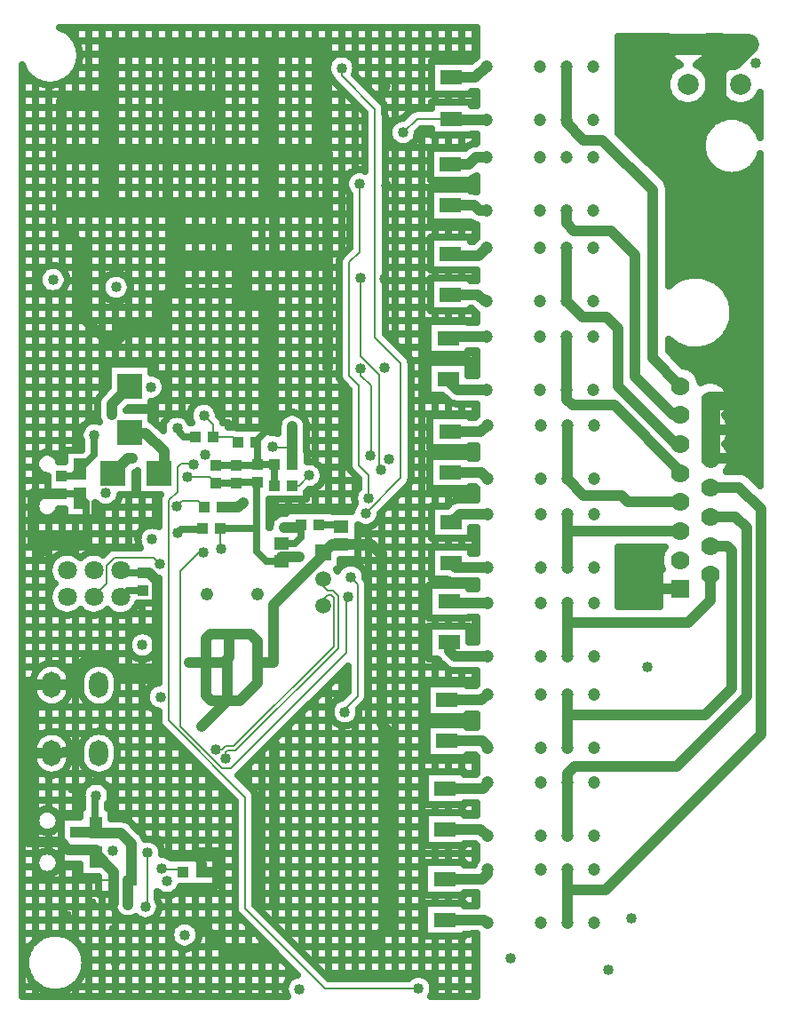
<source format=gbr>
G04 DipTrace 3.3.1.3*
G04 Bottom.gbr*
%MOMM*%
G04 #@! TF.FileFunction,Copper,L4,Bot*
G04 #@! TF.Part,Single*
G04 #@! TA.AperFunction,CopperBalancing*
%ADD14C,0.2*%
G04 #@! TA.AperFunction,Conductor*
%ADD16C,1.0*%
%ADD17C,0.7*%
%ADD18C,2.0*%
G04 #@! TA.AperFunction,ComponentPad*
%ADD21C,1.778*%
G04 #@! TA.AperFunction,ViaPad*
%ADD22C,1.016*%
G04 #@! TA.AperFunction,CopperBalancing*
%ADD28C,0.635*%
G04 #@! TA.AperFunction,ComponentPad*
%ADD29O,1.8X2.5*%
%ADD31R,1.2X2.0*%
%ADD32R,1.0X1.1*%
%ADD33R,1.1X1.0*%
%ADD40R,2.4X2.4*%
%ADD47R,2.1X1.4*%
G04 #@! TA.AperFunction,ComponentPad*
%ADD51C,1.8*%
%ADD57R,1.5X1.5*%
%ADD58C,1.5*%
%ADD59R,1.778X1.778*%
%ADD60R,1.45X1.2*%
G04 #@! TA.AperFunction,ComponentPad*
%ADD62C,1.2*%
%ADD77C,2.0*%
%ADD78C,1.2192*%
%FSLAX35Y35*%
G04*
G71*
G90*
G75*
G01*
G04 Bottom*
%LPD*%
X2706000Y6084000D2*
D14*
X2919000D1*
X2984000Y6019000D1*
X3029000Y5395000D2*
X3033500Y5399500D1*
X3021000Y5412000D1*
Y5588000D1*
X3374000Y6029000D2*
D17*
X3183000D1*
X3179000Y6025000D1*
X2990000D1*
X2984000Y6019000D1*
X3021000Y5588000D2*
X3373000D1*
Y6029000D1*
X3374000D1*
X3522000Y6369000D2*
D14*
X3513500Y6377500D1*
X3498000Y6362000D1*
X3685000D1*
X3709000Y6338000D1*
Y6197000D1*
Y6562000D2*
D16*
Y6197000D1*
X2787000Y6465000D2*
D17*
X2678000D1*
X2605000Y6538000D1*
X2612000Y6545000D1*
X3604000Y5281000D2*
X3462000D1*
X3373000Y5370000D1*
Y5588000D1*
X3604000Y5281000D2*
D16*
Y5320000D1*
X3779000D1*
X4005000Y5104000D2*
D14*
Y5037000D1*
X4045000Y4997000D1*
X4094883D1*
X4148053Y4943833D1*
X4147707Y4451707D1*
X3168547Y3472547D1*
X3111410D1*
X3110477Y3473477D1*
X3086477D1*
X3069710Y3456707D1*
Y3399007D1*
X4005000Y4850000D2*
Y4917000D1*
X4045000Y4957000D1*
X4078317D1*
X4108040Y4927273D1*
X4107717Y4468287D1*
X3151977Y3512547D1*
X3127977D1*
X3127047Y3513477D1*
X3069910D1*
X3041423Y3484993D1*
X2983723D1*
X3042000Y5791000D2*
D16*
X3195000D1*
X3239000Y5835000D1*
X2984000Y6189000D2*
D17*
X3173000D1*
X3179000Y6195000D1*
X3370000D1*
X3374000Y6199000D1*
X3537000D1*
X3539000Y6197000D1*
X3374000Y6199000D2*
Y6404000D1*
X3364000Y6414000D1*
X4005000Y5358000D2*
Y5380000D1*
X4065000Y5440000D1*
X4174000D1*
X3538000Y6001000D2*
Y6196000D1*
X3539000Y6197000D1*
X3364000Y6414000D2*
X3354000D1*
X3468000Y6528000D1*
D16*
Y6743000D1*
X1687000Y5875000D2*
D17*
Y5880000D1*
X1649000Y5918000D1*
X1511000D1*
Y5917000D1*
X1662000D1*
X1745000Y5834000D1*
Y5420000D1*
X2284000Y5166000D2*
X2095000D1*
X2071000Y5190000D1*
X2851000Y5588000D2*
Y5585000D1*
X2652000D1*
X2614000Y5547000D1*
X2841000Y2314000D2*
D16*
X2838000Y2497000D1*
X1833000Y2458000D2*
Y2529000D1*
X1644000D1*
X1833000Y2458000D2*
Y2489000D1*
X2004000Y2318000D1*
Y2237000D1*
X2007000Y2014000D1*
X3239000Y5835000D2*
D14*
X3086000D1*
X3042000Y5791000D1*
X2851000Y5588000D2*
D3*
X1511000Y5918000D2*
D16*
X1240000D1*
Y5468000D1*
X1745000D1*
Y5420000D1*
X1644000Y2529000D2*
X1577000D1*
X1506000Y2600000D1*
X1194000D1*
Y3447000D1*
X1416000D1*
X1616000Y3454000D1*
X1416000Y4097000D2*
X1194000D1*
Y3447000D1*
X1416000Y4097000D2*
X1616000D1*
X2284000Y5166000D2*
X2346000D1*
X2422000Y5090000D1*
Y4254000D1*
X2369000Y4201000D1*
X2086000D1*
X1950000Y4337000D1*
X1748000D1*
X1616000Y4205000D1*
Y4097000D1*
X2590000Y8413000D2*
Y8117000D1*
Y7883000D1*
X2636603Y7836397D1*
X2817877D1*
X2534397D1*
X2479000Y7781000D1*
Y7488000D1*
X2376000D1*
Y7507000D1*
X2089000D1*
Y7488000D1*
Y7435000D1*
X1986000Y7332000D1*
X3457000Y7151000D2*
X3468000D1*
Y6743000D1*
X3457000Y7151000D2*
X3469000D1*
Y7774000D1*
X3215000D1*
X3152603Y7836397D1*
X2817877D1*
X4560000Y5357000D2*
X4549000D1*
X4466000Y5440000D1*
X4174000D1*
X4087000D1*
X4005000Y5358000D1*
X2890000Y4310000D2*
Y4544000D1*
X2929000Y4583000D1*
X3111000D1*
X3088000Y3947000D2*
Y4310000D1*
X2890000D1*
X3378000Y4311000D2*
Y4117000D1*
X3208000Y3947000D1*
X3088000D1*
X2941000D1*
X2890000Y3998000D1*
Y4310000D1*
X3111000Y4583000D2*
Y4360513D1*
X3060487Y4310000D1*
X3088000D1*
X3111000Y4583000D2*
X3308000D1*
X3378000Y4513000D1*
Y4311000D1*
X2890000Y4310000D2*
X2726000D1*
X2590000Y8413000D2*
X3215000D1*
Y7774000D1*
X2841000Y2314000D2*
X3005000D1*
Y2497000D1*
X2838000D1*
X1372000Y5420000D2*
X1286183Y5334183D1*
Y5468000D1*
X1240000D1*
X3986000Y10169000D2*
Y9128000D1*
X4048000D1*
X1508000Y8620000D2*
Y9154000D1*
Y9662000D1*
X1507000D1*
X1965000D1*
Y9649000D1*
Y10181000D1*
X1968000D1*
X2524000D1*
Y10171000D1*
X3027000D1*
Y10165000D1*
X3538000D1*
Y10169000D1*
X3488000D1*
Y9636000D1*
X3986000Y10169000D2*
X3538000D1*
X3488000Y9636000D2*
Y9135000D1*
X3500000D1*
Y8654000D1*
Y8620000D1*
X3540000D1*
Y8112000D1*
Y8139000D1*
X4048000D1*
Y8112000D1*
Y7604000D1*
Y7124000D1*
Y8112000D2*
Y8620000D1*
Y9128000D1*
Y9162000D1*
X3500000D1*
Y9135000D1*
X3021000Y9661000D2*
Y10165000D1*
X3027000D1*
X3021000Y9661000D2*
Y9128000D1*
X3032000D1*
Y8620000D1*
Y8652000D1*
X2524000D1*
Y8620000D1*
Y9128000D1*
Y9668000D1*
Y10171000D1*
X1965000Y9649000D2*
Y9143000D1*
X1966000D1*
Y8620000D1*
X2016000D1*
Y8638000D1*
X1508000D1*
Y8620000D1*
Y8475000D1*
X1693000Y8290000D1*
Y7625000D1*
X1986000Y7332000D1*
X4560000Y4506000D2*
Y5357000D1*
Y4506000D2*
Y3729000D1*
X4617000Y3672000D1*
Y2814000D1*
Y1944000D1*
Y1793000D1*
X4455000Y1631000D1*
X3540000Y2016000D2*
Y2524000D1*
Y3032000D1*
Y3540000D1*
Y1508000D2*
Y1523000D1*
X3128000D1*
X2848000Y1803000D1*
X2524000Y9128000D2*
Y9147000D1*
X3032000D1*
Y9128000D1*
X2524000Y9668000D2*
X3021000D1*
Y9661000D1*
X3500000Y9135000D2*
Y9145000D1*
X3049000D1*
X3032000Y9128000D1*
X2524000D2*
Y9152000D1*
X1957000D1*
X1966000Y9143000D1*
X1519000D1*
X1508000Y9154000D1*
X3032000Y8112000D2*
Y8140703D1*
X2590000D1*
Y8117000D1*
X3032000Y8112000D2*
Y8620000D1*
Y8112000D2*
Y8134000D1*
X3540000D1*
Y8112000D1*
X3032000Y8620000D2*
Y8654000D1*
X3500000D1*
X3540000Y8620000D2*
Y8643000D1*
X4048000D1*
Y8620000D1*
X2524000D2*
Y8655000D1*
X2016000D1*
Y8620000D1*
X2590000Y8413000D2*
Y8554000D1*
X2524000Y8620000D1*
X3534000Y4310000D2*
Y4591000D1*
Y4864000D1*
X4005000Y5335000D1*
Y5358000D1*
X3534000Y4310000D2*
X3378000Y4311000D1*
X3088000Y3947000D2*
X2846000Y3705000D1*
X3708000Y6001000D2*
D14*
X3774000D1*
X3868000Y6095000D1*
X4268000Y5129000D2*
X4261000D1*
X4333000Y5057000D1*
Y3991000D1*
X4184000Y3842000D1*
X4212000D1*
X4409000Y5735000D2*
X4745000Y6071000D1*
Y7163000D1*
X4499000Y7409000D1*
Y9588000D1*
X4180000Y9907000D1*
Y9980000D1*
X4437000Y5877000D2*
Y6100000D1*
X4346000Y6191000D1*
Y6952000D1*
X4252000Y7046000D1*
Y8128000D1*
X4350000Y8226000D1*
Y8875000D1*
X4553000Y6151000D2*
X4536000D1*
Y7056000D1*
X4360000Y7232000D1*
Y7980000D1*
X4452000Y6281000D2*
X4464000D1*
Y6950000D1*
X4363000Y7051000D1*
Y7116000D1*
X4244000Y4939000D2*
X4229000Y4954000D1*
Y4405000D1*
X3127000Y3303000D1*
X3041000D1*
X2640000Y3704000D1*
Y5187000D1*
X2816000Y5363000D1*
X2864000D1*
X2770000Y6199000D2*
X2756000Y6213000D1*
X2651000D1*
X2612000Y6174000D1*
Y5941000D1*
X2529000Y5858000D1*
Y3762000D1*
X3262000Y3029000D1*
Y1965000D1*
X4020000Y1207000D1*
X4914000D1*
X7695000Y6256300D2*
D21*
Y6533133D1*
Y6810000D1*
X7883900D1*
D18*
X8024000D1*
Y8459047D1*
X7612220Y8870827D1*
X7495953Y8974047D1*
X7368923Y9114123D1*
X7144000Y9339047D1*
Y10021000D1*
X7328000Y10205000D1*
X7483000D1*
X7983000D1*
X7787477Y8682523D2*
D22*
Y8463570D1*
D18*
X7509000Y8185093D1*
X7698000Y8771000D2*
D22*
Y8620200D1*
D18*
Y8374093D1*
X7509000Y8185093D1*
X7612220Y8870827D2*
Y8288313D1*
X7509000Y8185093D1*
X7495953Y8974047D2*
Y8263503D1*
D22*
X7906000Y8564000D1*
X7983000Y10205000D2*
D18*
X8061000D1*
X7914000Y10058000D1*
X7831000D1*
X7744000Y9971000D1*
Y9639000D1*
X7368923Y9263923D1*
Y9114123D1*
X7695000Y6533133D2*
D16*
X7968133D1*
X8024000Y6589000D1*
Y6810000D1*
X7695000Y6256300D2*
X7913300D1*
X8015673Y6358673D1*
X8024000Y6589000D1*
X7410533Y5011700D2*
X7092000D1*
X2329000Y2497000D2*
D14*
Y2008000D1*
X2308000Y1987000D1*
X2181000Y6261000D2*
D16*
X2144000D1*
X2002000Y6119000D1*
X7695000Y5425700D2*
X7853300D1*
X7903000Y5376000D1*
Y4071000D1*
X7647000Y3815000D1*
X6331000D1*
Y4009000D1*
Y3501000D1*
X6323000Y9994000D2*
Y9486000D1*
Y9456000D1*
X6487000Y9292000D1*
X6667000D1*
X7144000Y8815000D1*
Y7216233D1*
X7410533Y6949700D1*
X6329000Y2336000D2*
Y2146047D1*
Y1828000D1*
Y2146047D2*
X6699047D1*
X8177000Y3624000D1*
Y5773000D1*
X7970567Y5979433D1*
X7695000D1*
X5561000Y9486000D2*
X5240013D1*
X5228000Y9498013D1*
X5561000Y8618000D2*
X5499000D1*
X5446987Y8670013D1*
X5218000D1*
X5563000Y7756000D2*
X5542000D1*
X5476987Y7821013D1*
X5217000D1*
X5196000Y7016000D2*
Y6999000D1*
X5284000Y6911000D1*
X5564000D1*
X5214000Y6124013D2*
X5508987D1*
X5567000Y6066000D1*
Y5222000D2*
X5262013D1*
X5225000Y5259013D1*
X5204000Y4504013D2*
Y4423000D1*
X5257000Y4370000D1*
X5566000D1*
X5568000Y4372000D1*
X5569000Y3501000D2*
Y3518000D1*
X5522987Y3564013D1*
X5183000D1*
X5164000Y2723013D2*
X5504987D1*
X5569000Y2659000D1*
X5163000Y1860013D2*
X5534987D1*
X5567000Y1828000D1*
X4766000Y9365000D2*
D14*
X4899013Y9498013D1*
X5228000D1*
X5569000Y3167000D2*
D16*
Y3157000D1*
X5525000Y3113000D1*
X5164000D1*
X7695000Y5702567D2*
X7936433D1*
X8042000Y5597000D1*
Y3989000D1*
X7375000Y3322000D1*
X6403000D1*
X6331000Y3250000D1*
Y3167000D1*
Y2659000D1*
X5183000Y3954000D2*
X5514000D1*
X5569000Y4009000D1*
X6330000Y4880000D2*
Y4693000D1*
Y4372000D1*
Y4693000D2*
X7483000D1*
X7695000Y4905000D1*
Y5148833D1*
X5568000Y4880000D2*
X5218000D1*
X5204000Y4894000D1*
X7410533Y6672833D2*
X7343167D1*
X6974000Y7042000D1*
Y8199000D1*
X6744000Y8429000D1*
X6395000D1*
X6323000Y8501000D1*
Y8618000D1*
X6325000Y8264000D2*
Y7756000D1*
X6473000Y7608000D1*
X6703000D1*
X6819000Y7492000D1*
Y6945000D1*
X7368000Y6396000D1*
X7410533D1*
X7410567Y5565400D2*
X6329000D1*
Y5730000D1*
Y5222000D1*
X5228000Y9888000D2*
X5455000D1*
X5561000Y9994000D1*
X5567000Y2336000D2*
Y2294000D1*
X5523000Y2250000D1*
X5163000D1*
X1511000Y6088000D2*
D17*
X1620000D1*
X1687000Y6155000D1*
X1823000Y6291000D1*
Y6481000D1*
X5561000Y9126000D2*
D16*
X5461000D1*
X5395000Y9060000D1*
X5218000D1*
X3633000Y5601000D2*
X3781000D1*
D14*
Y5634000D1*
X3789000Y5626000D1*
X3604000Y5451000D2*
D17*
X3733000D1*
X3789000Y5507000D1*
Y5626000D1*
X3959000D2*
X4158000D1*
X4174000Y5610000D1*
X6326000Y7419000D2*
D16*
Y6911000D1*
Y6820000D1*
X6382000Y6764000D1*
X6778000D1*
X7410533Y6131467D1*
Y6119133D1*
Y5842267D2*
X6912733D1*
X6848000Y5907000D1*
X6488000D1*
X6329000Y6066000D1*
Y6574000D1*
X5563000Y8264000D2*
X5487000Y8188000D1*
X5240000D1*
X5217000Y8211000D1*
X5564000Y7419000D2*
X5209013D1*
X5196000Y7405987D1*
X5214000Y6514000D2*
X5507000D1*
X5567000Y6574000D1*
Y5730000D2*
X5306000D1*
X5225000Y5649000D1*
X2606000Y5801000D2*
D14*
X2659000Y5854000D1*
X2809000D1*
X2872000Y5791000D1*
X2868000Y6669000D2*
X2957000Y6580000D1*
Y6465000D1*
X3143000D1*
X3194000Y6414000D1*
X2142000Y2004000D2*
D16*
Y2237000D1*
X2174000D1*
X1644000Y2699000D2*
X1794000D1*
X1833000Y2738000D1*
Y2687000D1*
X2076000D1*
X2174000Y2589000D1*
Y2237000D1*
X1840000Y3046000D2*
D17*
X1831000D1*
Y2699000D1*
X1644000D1*
X2464000Y2349000D2*
D14*
X2473000Y2340000D1*
X2671000D1*
Y2314000D1*
X2442000Y6119000D2*
D16*
X2486000Y6075000D1*
Y6326000D1*
X2312000Y6500000D1*
X2153000D1*
X2162000Y6509000D1*
X2284000Y4996000D2*
D17*
X2141000D1*
X2081000Y4936000D1*
X2071000D1*
X1817000D2*
D14*
Y4947000D1*
X1938000Y5068000D1*
Y5236000D1*
X2016000Y5314000D1*
X2385000D1*
X2450000Y5249000D1*
X1988000Y6673000D2*
D16*
Y6775000D1*
X2162000Y6949000D1*
D22*
X2706000Y6084000D3*
X3029000Y5395000D3*
X3522000Y6369000D3*
X2029000Y7890000D3*
X3709000Y6562000D3*
X2612000Y6545000D3*
D3*
X3779000Y5320000D3*
Y1200000D3*
Y5320000D3*
X2281000Y4480000D3*
X2684000Y1716000D3*
X3779000Y1200000D3*
X3069710Y3399007D3*
X2983723Y3484993D3*
X4598000Y9804000D3*
X4603000Y8859000D3*
X4590000Y7972000D3*
X4591000Y7125000D3*
X4631000Y6254000D3*
X4560000Y5357000D3*
Y4506000D3*
Y5357000D3*
X4617000Y3672000D3*
X4560000Y4506000D3*
X4617000Y2814000D3*
Y3672000D3*
Y1944000D3*
Y2814000D3*
X2890000Y4310000D3*
X1616000Y3454000D3*
X4617000Y3672000D3*
X1616000Y4097000D3*
Y3454000D3*
X2890000Y4310000D3*
X1745000Y5420000D3*
X1986000Y7332000D3*
X2590000Y8117000D3*
X2817877Y7836397D3*
X2838000Y2497000D3*
X2848000Y1803000D3*
X2838000Y2497000D3*
X3239000Y5835000D3*
X1792000Y2014000D3*
X2007000D3*
X3457000Y7151000D3*
X3468000Y6743000D3*
X3239000Y5835000D3*
X2376000Y7488000D3*
X2089000D3*
X1745000Y5420000D3*
X2614000Y5547000D3*
X4455000Y1631000D3*
X4617000Y1944000D3*
X5789000Y1492000D3*
X4455000Y1631000D3*
X2838000Y2497000D3*
X2007000Y2014000D3*
X3239000Y5835000D3*
X2614000Y5547000D3*
D3*
X3239000Y5835000D3*
X2414000Y5791000D3*
X1745000Y5420000D3*
D3*
X1616000Y3454000D3*
Y4097000D3*
Y3454000D3*
X1792000Y2014000D3*
X1616000Y4097000D3*
D3*
Y3454000D3*
Y4097000D3*
Y3107000D3*
X3468000Y6743000D3*
X2590000Y8413000D3*
Y8117000D3*
Y8413000D3*
Y8117000D3*
D3*
X2817877Y7836397D3*
D3*
X2376000Y7488000D3*
D3*
X2089000D3*
D3*
X1986000Y7332000D3*
X3457000Y7151000D3*
D3*
X2817877Y7836397D3*
X4560000Y5357000D3*
X3111000Y4583000D3*
X2890000Y4310000D3*
X3088000Y3947000D3*
X2890000Y4310000D3*
X3088000Y3947000D3*
D3*
X2890000Y4310000D3*
D3*
X2726000D3*
X2590000Y8413000D3*
X2838000Y2497000D3*
X1557000Y1897000D3*
X1792000Y2014000D3*
X1372000Y5420000D3*
X3986000Y10169000D3*
D3*
X2524000Y9668000D3*
X1986000Y7332000D3*
X4560000Y4506000D3*
Y5357000D3*
Y4506000D3*
X4617000Y3672000D3*
D3*
Y2814000D3*
D3*
Y1944000D3*
D3*
X4455000Y1631000D3*
X2848000Y1803000D3*
X2007000Y2014000D3*
X3534000Y4310000D3*
X3111000Y4583000D3*
D3*
X2590000Y8117000D3*
Y8413000D3*
X3534000Y4310000D3*
D3*
X2846000Y3705000D3*
X3088000Y3947000D3*
X3534000Y4591000D3*
X2443000Y2613000D3*
X2838000Y2497000D3*
X3868000Y6095000D3*
X4268000Y5129000D3*
X4212000Y3842000D3*
X4409000Y5735000D3*
X4180000Y9980000D3*
X4437000Y5877000D3*
X4350000Y8875000D3*
X4553000Y6151000D3*
X4360000Y7980000D3*
X4452000Y6281000D3*
X4363000Y7116000D3*
X4244000Y4939000D3*
X2864000Y5363000D3*
X2770000Y6199000D3*
X4914000Y1207000D3*
X6724000Y1386000D3*
X7495953Y8974047D3*
D3*
D3*
D3*
D3*
X7787477Y8682523D3*
X7906000Y8564000D3*
D3*
X7787477Y8682523D3*
X7906000Y8564000D3*
X7495953Y8974047D3*
X7787477Y8682523D3*
X7906000Y8564000D3*
X7495953Y8974047D3*
X6984000Y9740000D3*
X7838920Y7187920D3*
X7539080D3*
X7838920D3*
X7092000Y5011700D3*
Y4273000D3*
Y5011700D3*
D3*
X8130000Y10026000D3*
X2329000Y2497000D3*
X2308000Y1987000D3*
X2181000Y6261000D3*
X6939000Y1874000D3*
X4766000Y9365000D3*
X2361000Y6939000D3*
X1823000Y6481000D3*
X3633000Y5601000D3*
X2879000Y6295000D3*
X3633000Y5601000D3*
X2606000Y5801000D3*
X2868000Y6669000D3*
X2514000Y2226000D3*
X2142000Y2004000D3*
X1997000Y2518000D3*
X1840000Y3046000D3*
X2464000Y2349000D3*
X2486000Y6326000D3*
X1428000Y7962000D3*
X2452000Y3984000D3*
X2450000Y5249000D3*
X1931000Y5928000D3*
X2373000Y5486000D3*
X1988000Y6673000D3*
D3*
X1931000Y5928000D3*
X7599000Y8873000D3*
X7698000Y8771000D3*
X2524000Y8620000D3*
X2016000D3*
X3032000D3*
Y8112000D3*
Y9128000D3*
X2524000D3*
X1966000Y9143000D3*
X1508000Y9154000D3*
Y8620000D3*
X3540000Y3032000D3*
Y2524000D3*
Y2016000D3*
Y1508000D3*
X2026000Y1455000D3*
X2006000Y1763000D3*
X3540000Y3540000D3*
X3021000Y9661000D3*
X3027000Y10165000D3*
X2524000Y10171000D3*
X1968000Y10181000D3*
X1965000Y9649000D3*
X1507000Y9662000D3*
X3538000Y10169000D3*
X3488000Y9636000D3*
X3500000Y9135000D3*
X3540000Y8620000D3*
Y8112000D3*
X4048000Y9128000D3*
Y8620000D3*
Y8112000D3*
Y7604000D3*
Y7124000D3*
X1651113Y10240250D2*
D28*
X5462890D1*
X1688117Y10113250D2*
X4151393D1*
X4208573D2*
X5462890D1*
X1664510Y9986250D2*
X4038737D1*
X4321320D2*
X5032317D1*
X1139147Y9859250D2*
X1246667D1*
X1553313D2*
X4092330D1*
X4367440D2*
X5032317D1*
X1139147Y9732250D2*
X4215013D1*
X4494407D2*
X5462890D1*
X1139147Y9605250D2*
X4342070D1*
X4598040D2*
X5032317D1*
X1139147Y9478250D2*
X4398400D1*
X4599680D2*
X4685963D1*
X1139147Y9351250D2*
X4398400D1*
X4906750D2*
X5032317D1*
X5423637D2*
X5462890D1*
X1139147Y9224250D2*
X4398400D1*
X4599680D2*
X5363087D1*
X1139147Y9097250D2*
X4398400D1*
X4599680D2*
X5022383D1*
X1139147Y8970250D2*
X4247827D1*
X4599680D2*
X5022383D1*
X1139147Y8843250D2*
X4212370D1*
X4599680D2*
X5462890D1*
X1139147Y8716250D2*
X4249377D1*
X4599680D2*
X5022383D1*
X1139147Y8589250D2*
X4249377D1*
X4599680D2*
X5022383D1*
X1139147Y8462250D2*
X4249377D1*
X4599680D2*
X5462890D1*
X1139147Y8335250D2*
X4249377D1*
X4599680D2*
X5021380D1*
X1139147Y8208250D2*
X4192590D1*
X4599680D2*
X5021380D1*
X1139147Y8081250D2*
X1358137D1*
X1497803D2*
X4151393D1*
X4599680D2*
X5021380D1*
X1139147Y7954250D2*
X1286770D1*
X1569263D2*
X1903830D1*
X2154147D2*
X4151393D1*
X4599680D2*
X5021380D1*
X1139147Y7827250D2*
X1412097D1*
X1443920D2*
X1903007D1*
X2154967D2*
X4151393D1*
X4599680D2*
X5021380D1*
X1139147Y7700250D2*
X4151393D1*
X4599680D2*
X5021380D1*
X1139147Y7573250D2*
X4151393D1*
X4599680D2*
X5462890D1*
X1139147Y7446250D2*
X4151393D1*
X4601410D2*
X5000327D1*
X1139147Y7319250D2*
X4151393D1*
X4728470D2*
X5000327D1*
X1139147Y7192250D2*
X4151393D1*
X4841033D2*
X5462890D1*
X1139147Y7065250D2*
X1951317D1*
X2415370D2*
X4151393D1*
X4845683D2*
X5000327D1*
X5391647D2*
X5462890D1*
X1139147Y6938250D2*
X1951317D1*
X2502413D2*
X4220027D1*
X4845683D2*
X5000327D1*
X1139147Y6811250D2*
X1852330D1*
X2411267D2*
X4245363D1*
X4845683D2*
X5187720D1*
X1139147Y6684250D2*
X1847043D1*
X2372623D2*
X2727423D1*
X3008547D2*
X3645170D1*
X3772803D2*
X4245363D1*
X4845683D2*
X5462890D1*
X1139147Y6557250D2*
X1705130D1*
X3168873D2*
X3567603D1*
X3850370D2*
X4245363D1*
X4845683D2*
X5018373D1*
X1139147Y6430250D2*
X1691460D1*
X3849640D2*
X4245363D1*
X4845683D2*
X5018373D1*
X1139147Y6303250D2*
X1314843D1*
X1434183D2*
X1536330D1*
X3854653D2*
X4245363D1*
X4845683D2*
X5462890D1*
X1139147Y6176250D2*
X1260157D1*
X3982257D2*
X4246550D1*
X4845683D2*
X5018373D1*
X1139147Y6049250D2*
X1370353D1*
X4001490D2*
X4336330D1*
X4843130D2*
X5018373D1*
X1139147Y5922250D2*
X1370353D1*
X3853650D2*
X4303333D1*
X4735943D2*
X5462890D1*
X1139147Y5795250D2*
X1256783D1*
X1837597D2*
X1899637D1*
X1962373D2*
X2428373D1*
X3498637D2*
X4281733D1*
X4608977D2*
X5029400D1*
X1139147Y5668250D2*
X2428373D1*
X4532780D2*
X5029400D1*
X1139147Y5541250D2*
X2243347D1*
X4337180D2*
X5029400D1*
X5420630D2*
X5462890D1*
X1139147Y5414250D2*
X2252187D1*
X4337180D2*
X5462890D1*
X1139147Y5287250D2*
X1412007D1*
X4170657D2*
X5029400D1*
X1139147Y5160250D2*
X1384937D1*
X4405813D2*
X5029400D1*
X1139147Y5033250D2*
X1412007D1*
X4433613D2*
X5008347D1*
X5399667D2*
X5462890D1*
X1139147Y4906250D2*
X1384937D1*
X4433613D2*
X5008347D1*
X1139147Y4779250D2*
X1480457D1*
X1645553D2*
X1734480D1*
X1899577D2*
X1988413D1*
X2153507D2*
X2428373D1*
X4433613D2*
X5008347D1*
X1139147Y4652250D2*
X2428373D1*
X4433613D2*
X5008347D1*
X5399667D2*
X5462890D1*
X1139147Y4525250D2*
X2147370D1*
X4433613D2*
X5008347D1*
X5399667D2*
X5462890D1*
X1139147Y4398250D2*
X2167150D1*
X2394863D2*
X2428373D1*
X4433613D2*
X5008347D1*
X1139147Y4271250D2*
X1304817D1*
X1527153D2*
X1754803D1*
X1977140D2*
X2428373D1*
X4433613D2*
X5159650D1*
X1139147Y4144250D2*
X1235820D1*
X1596243D2*
X1685807D1*
X2046230D2*
X2428373D1*
X4107947D2*
X4232330D1*
X4433613D2*
X5462890D1*
X1139147Y4017250D2*
X1241197D1*
X1590773D2*
X1691187D1*
X2040760D2*
X2314713D1*
X3980980D2*
X4219570D1*
X4433613D2*
X4987383D1*
X1139147Y3890250D2*
X1380013D1*
X1451957D2*
X1830000D1*
X1902037D2*
X2348347D1*
X3853923D2*
X4079480D1*
X4371907D2*
X4987383D1*
X1139147Y3763250D2*
X2428373D1*
X3726957D2*
X4095887D1*
X4328157D2*
X5462890D1*
X1139147Y3636250D2*
X1328517D1*
X1503457D2*
X1778503D1*
X1953533D2*
X2515053D1*
X3599993D2*
X4987383D1*
X1139147Y3509250D2*
X1237460D1*
X1594510D2*
X1687540D1*
X2044497D2*
X2642020D1*
X3472933D2*
X4987383D1*
X1139147Y3382250D2*
X1237917D1*
X1594053D2*
X1687903D1*
X2044040D2*
X2769077D1*
X3345970D2*
X5462890D1*
X1139147Y3255250D2*
X1333437D1*
X1498533D2*
X1783423D1*
X1948520D2*
X2896043D1*
X3218910D2*
X4968333D1*
X5359653D2*
X5461433D1*
X1139147Y3128250D2*
X1726460D1*
X1953533D2*
X3023100D1*
X3302400D2*
X4968333D1*
X1139147Y3001250D2*
X1705403D1*
X1973767D2*
X3150067D1*
X3362647D2*
X4968333D1*
X1139147Y2874250D2*
X1282030D1*
X1466997D2*
X1682343D1*
X1983613D2*
X3161367D1*
X3362647D2*
X4968333D1*
X5359653D2*
X5462890D1*
X1139147Y2747250D2*
X1271277D1*
X2212023D2*
X3161367D1*
X3362647D2*
X4968333D1*
X1139147Y2620250D2*
X1503333D1*
X2390670D2*
X3161367D1*
X3362647D2*
X4968333D1*
X1139147Y2493250D2*
X1302173D1*
X1446853D2*
X1503333D1*
X2470420D2*
X3161367D1*
X3362647D2*
X5462890D1*
X1139147Y2366250D2*
X1262617D1*
X1486410D2*
X1682343D1*
X2986670D2*
X3161367D1*
X3362647D2*
X4967330D1*
X1139147Y2239250D2*
X1858347D1*
X2986670D2*
X3161367D1*
X3362647D2*
X4967330D1*
X1139147Y2112250D2*
X1858347D1*
X2593197D2*
X3161367D1*
X3362647D2*
X4967330D1*
X5358650D2*
X5462890D1*
X1139147Y1985250D2*
X2001900D1*
X2449457D2*
X3161367D1*
X3381423D2*
X4967330D1*
X1139147Y1858250D2*
X2260757D1*
X2355213D2*
X3229090D1*
X3508480D2*
X4967330D1*
X1139147Y1731250D2*
X1421940D1*
X1478027D2*
X2543400D1*
X2824613D2*
X3356053D1*
X3635447D2*
X4967330D1*
X1139147Y1604250D2*
X1207473D1*
X1692493D2*
X2601733D1*
X2766280D2*
X3483020D1*
X3762413D2*
X5462890D1*
X1737153Y1477250D2*
X3610080D1*
X3889470D2*
X5462890D1*
X1139147Y1350250D2*
X1179767D1*
X1720200D2*
X3737043D1*
X4016437D2*
X5462890D1*
X1139147Y1223250D2*
X1275833D1*
X1624133D2*
X3639610D1*
X5054497D2*
X5462890D1*
X1259750Y9848887D2*
Y4215560D1*
Y3978460D2*
Y3565600D1*
Y3328407D2*
Y1664660D1*
Y1235423D2*
Y1137110D1*
X1386750Y9811883D2*
Y8097003D1*
Y7827000D2*
Y6322487D1*
Y5687533D2*
Y4310170D1*
Y3883850D2*
Y3660207D1*
Y3233797D2*
Y2920470D1*
Y2685553D2*
Y2520430D1*
Y2285517D2*
Y1731290D1*
X1513750Y9835490D2*
Y8072760D1*
Y7851247D2*
Y6233620D1*
Y5772390D2*
Y5363540D1*
Y4762497D2*
Y4282643D1*
Y3911377D2*
Y3632683D1*
Y3261323D2*
Y2844637D1*
Y2383317D2*
Y1731107D1*
Y1168887D2*
Y1137110D1*
X1640750Y10360853D2*
Y10253333D1*
Y9946687D2*
Y6345637D1*
Y5684343D2*
Y5352330D1*
Y4773707D2*
Y2844637D1*
Y2383317D2*
Y1664207D1*
Y1235880D2*
Y1137110D1*
X1767750Y10360853D2*
Y6610600D1*
Y5684343D2*
Y5363540D1*
Y4762497D2*
Y4282280D1*
Y3911650D2*
Y3632317D1*
Y3261687D2*
Y3166470D1*
Y2267377D2*
Y1137110D1*
X1894750Y10360853D2*
Y7911433D1*
Y7868613D2*
Y6878020D1*
Y5791530D2*
Y5352330D1*
Y4773707D2*
Y4310260D1*
Y3883757D2*
Y3660207D1*
Y3233707D2*
Y3175860D1*
Y2096387D2*
Y1137110D1*
X2021750Y10360853D2*
Y8031290D1*
Y7748797D2*
Y7159660D1*
Y5821610D2*
Y5414673D1*
Y4762497D2*
Y4216563D1*
Y3977457D2*
Y3566600D1*
Y3327403D2*
Y2827683D1*
Y1936063D2*
Y1137110D1*
X2148750Y10360853D2*
Y7958920D1*
Y7821167D2*
Y7159660D1*
Y5908380D2*
Y5414673D1*
Y4773707D2*
Y4513880D1*
Y4446127D2*
Y2806263D1*
Y1862690D2*
Y1137110D1*
X2275750Y10360853D2*
Y7159660D1*
Y5908380D2*
Y5586120D1*
Y4872327D2*
Y4621340D1*
Y4338667D2*
Y2683033D1*
Y1849473D2*
Y1137110D1*
X2402750Y10360853D2*
Y7073803D1*
Y6804163D2*
Y6605313D1*
Y5908380D2*
Y5624127D1*
Y4872327D2*
Y4544870D1*
Y4415137D2*
Y4116120D1*
Y3851857D2*
Y2616497D1*
Y1884383D2*
Y1137110D1*
X2529750Y10360853D2*
Y6658540D1*
Y3621530D2*
Y2473397D1*
Y2085450D2*
Y1137110D1*
X2656750Y10360853D2*
Y6678777D1*
Y3494567D2*
Y2454623D1*
Y2173317D2*
Y1854700D1*
Y1577313D2*
Y1137110D1*
X2783750Y10360853D2*
Y6780950D1*
Y3367600D2*
Y2454623D1*
Y2173317D2*
Y1813410D1*
Y1618510D2*
Y1137110D1*
X2910750Y10360853D2*
Y6803463D1*
Y3240543D2*
Y2454623D1*
Y2173317D2*
Y1137110D1*
X3037750Y10360853D2*
Y6635027D1*
Y3113577D2*
Y1137110D1*
X3164750Y10360853D2*
Y6563113D1*
Y2986520D2*
Y1137110D1*
X3291750Y10360853D2*
Y6554637D1*
Y3328043D2*
Y3138947D1*
Y1795517D2*
Y1137110D1*
X3418750Y10360853D2*
Y6554637D1*
Y3455007D2*
Y1947943D1*
Y1668550D2*
Y1137110D1*
X3545750Y10360853D2*
Y6508333D1*
Y5860347D2*
Y5710443D1*
Y3582067D2*
Y1820977D1*
Y1541583D2*
Y1137110D1*
X3672750Y10360853D2*
Y6698463D1*
Y5860347D2*
Y5766680D1*
Y3709030D2*
Y1693920D1*
Y1414527D2*
Y1289780D1*
X3799750Y10360853D2*
Y6668387D1*
Y5860347D2*
Y5766680D1*
Y3836090D2*
Y1566953D1*
X3926750Y10360853D2*
Y6222957D1*
Y5966987D2*
Y5766680D1*
Y3963053D2*
Y1439987D1*
X4053750Y10360853D2*
Y10034400D1*
Y9925543D2*
Y5766680D1*
Y4090020D2*
Y1312930D1*
X4180750Y10360853D2*
Y10121447D1*
Y9766583D2*
Y8196080D1*
Y6977887D2*
Y5760663D1*
Y5289317D2*
Y5238490D1*
Y4217080D2*
Y3979767D1*
Y3704200D2*
Y1307643D1*
X4307750Y10360853D2*
Y10030300D1*
Y9639527D2*
Y9009647D1*
Y6089580D2*
Y5922630D1*
Y3740387D2*
Y1307643D1*
X4434750Y10360853D2*
Y9791953D1*
Y5596023D2*
Y1307643D1*
X4561750Y10360853D2*
Y9664987D1*
Y5748053D2*
Y1307643D1*
X4688750Y10360853D2*
Y9482147D1*
Y9247780D2*
Y7358907D1*
Y5875020D2*
Y1307643D1*
X4815750Y10360853D2*
Y9554427D1*
Y9233017D2*
Y7231667D1*
Y6002353D2*
Y1307643D1*
X4942750Y10360853D2*
Y9598633D1*
Y9397353D2*
Y1345377D1*
X5069750Y10360853D2*
Y10048620D1*
Y9727390D2*
Y9658697D1*
Y9337377D2*
Y9220650D1*
Y8899330D2*
Y8830637D1*
Y8509410D2*
Y8371627D1*
Y8050400D2*
Y7981613D1*
Y7660387D2*
Y7566627D1*
Y7245307D2*
Y7176613D1*
Y6855387D2*
Y6674673D1*
Y6353353D2*
Y6284660D1*
Y5963340D2*
Y5809610D1*
Y5488380D2*
Y5419687D1*
Y5098367D2*
Y5054647D1*
Y4733330D2*
Y4664637D1*
Y4343407D2*
Y4114660D1*
Y3793340D2*
Y3724647D1*
Y3403330D2*
Y3273660D1*
Y2952340D2*
Y2883647D1*
Y2562417D2*
Y2410600D1*
Y2089370D2*
Y2020677D1*
Y1699357D2*
Y1137110D1*
X5196750Y10360853D2*
Y10048620D1*
Y9727390D2*
Y9658697D1*
Y9337377D2*
Y9220650D1*
Y8899330D2*
Y8830637D1*
Y8509410D2*
Y8371627D1*
Y8050400D2*
Y7981613D1*
Y7660387D2*
Y7566627D1*
Y7245307D2*
Y7176613D1*
Y6802520D2*
Y6674673D1*
Y6353353D2*
Y6284660D1*
Y5963340D2*
Y5816993D1*
Y5488380D2*
Y5419687D1*
Y5098277D2*
Y5054647D1*
Y4733330D2*
Y4664637D1*
Y4243603D2*
Y4114660D1*
Y3793340D2*
Y3724647D1*
Y3403330D2*
Y3273660D1*
Y2952340D2*
Y2883647D1*
Y2562417D2*
Y2410600D1*
Y2089370D2*
Y2020677D1*
Y1699357D2*
Y1137110D1*
X5323750Y10360853D2*
Y10048620D1*
Y9727390D2*
Y9658697D1*
Y9337377D2*
Y9220650D1*
Y8899330D2*
Y8830637D1*
Y8509410D2*
Y8371627D1*
Y8047390D2*
Y7981613D1*
Y7660387D2*
Y7566627D1*
Y7245307D2*
Y7176613D1*
Y6770347D2*
Y6674673D1*
Y6353353D2*
Y6284660D1*
Y5963340D2*
Y5870677D1*
Y5488380D2*
Y5419687D1*
Y4733330D2*
Y4664637D1*
Y4229383D2*
Y4114660D1*
Y3793340D2*
Y3724647D1*
Y3403330D2*
Y3273660D1*
Y2952340D2*
Y2883647D1*
Y2562417D2*
Y2410600D1*
Y2089370D2*
Y2020677D1*
Y1699357D2*
Y1137110D1*
X5450750Y10360853D2*
Y10079973D1*
Y9747353D2*
Y9626613D1*
Y9345400D2*
Y9266223D1*
Y8931507D2*
Y8810587D1*
Y8486350D2*
Y8348020D1*
Y8047390D2*
Y7961653D1*
Y7651090D2*
Y7559610D1*
Y7278393D2*
Y7051653D1*
Y6770347D2*
Y6654623D1*
Y6373317D2*
Y6264610D1*
Y5983393D2*
Y5870677D1*
Y5589370D2*
Y5362630D1*
Y5081323D2*
Y5020650D1*
Y4739343D2*
Y4510600D1*
Y4229383D2*
Y4094610D1*
Y3813393D2*
Y3704687D1*
Y3423380D2*
Y3253607D1*
Y2972390D2*
Y2863683D1*
Y2581010D2*
Y2409597D1*
Y2109330D2*
Y2000623D1*
Y1719410D2*
Y1137110D1*
X1691713Y3481947D2*
X1693857Y3509263D1*
X1700240Y3535860D1*
X1710707Y3561127D1*
X1724997Y3584447D1*
X1742760Y3605240D1*
X1763553Y3623003D1*
X1786873Y3637293D1*
X1812140Y3647760D1*
X1838737Y3654143D1*
X1866000Y3656290D1*
X1893263Y3654143D1*
X1919860Y3647760D1*
X1945127Y3637293D1*
X1968447Y3623003D1*
X1989240Y3605240D1*
X2007003Y3584447D1*
X2021293Y3561127D1*
X2031760Y3535860D1*
X2038143Y3509263D1*
X2040290Y3482000D1*
X2039753Y3398327D1*
X2035473Y3371313D1*
X2027023Y3345303D1*
X2014607Y3320933D1*
X1998530Y3298807D1*
X1979193Y3279470D1*
X1957067Y3263393D1*
X1932697Y3250977D1*
X1906687Y3242527D1*
X1879673Y3238247D1*
X1852327D1*
X1825313Y3242527D1*
X1799303Y3250977D1*
X1774933Y3263393D1*
X1752807Y3279470D1*
X1733470Y3298807D1*
X1717393Y3320933D1*
X1704977Y3345303D1*
X1696527Y3371313D1*
X1692247Y3398327D1*
X1691710Y3458667D1*
Y3481910D1*
X1691713Y4131947D2*
X1693857Y4159263D1*
X1700240Y4185860D1*
X1710707Y4211127D1*
X1724997Y4234447D1*
X1742760Y4255240D1*
X1763553Y4273003D1*
X1786873Y4287293D1*
X1812140Y4297760D1*
X1838737Y4304143D1*
X1866000Y4306290D1*
X1893263Y4304143D1*
X1919860Y4297760D1*
X1945127Y4287293D1*
X1968447Y4273003D1*
X1989240Y4255240D1*
X2007003Y4234447D1*
X2021293Y4211127D1*
X2031760Y4185860D1*
X2038143Y4159263D1*
X2040290Y4132000D1*
X2039753Y4048327D1*
X2035473Y4021313D1*
X2027023Y3995303D1*
X2014607Y3970933D1*
X1998530Y3948807D1*
X1979193Y3929470D1*
X1957067Y3913393D1*
X1932697Y3900977D1*
X1906687Y3892527D1*
X1879673Y3888247D1*
X1852327D1*
X1825313Y3892527D1*
X1799303Y3900977D1*
X1774933Y3913393D1*
X1752807Y3929470D1*
X1733470Y3948807D1*
X1717393Y3970933D1*
X1704977Y3995303D1*
X1696527Y4021313D1*
X1692247Y4048327D1*
X1691710Y4108667D1*
Y4131910D1*
X1241723Y3482000D2*
X1243070Y3503730D1*
X1246383Y3522090D1*
X1251640Y3539990D1*
X1258780Y3557230D1*
X1267723Y3573603D1*
X1278367Y3588930D1*
X1290583Y3603030D1*
X1304240Y3615743D1*
X1319177Y3626923D1*
X1335223Y3636443D1*
X1352197Y3644190D1*
X1369900Y3650083D1*
X1388130Y3654047D1*
X1406683Y3656040D1*
X1425340D1*
X1443890Y3654043D1*
X1462123Y3650077D1*
X1479823Y3644183D1*
X1496797Y3636430D1*
X1512840Y3626910D1*
X1527777Y3615727D1*
X1541430Y3603013D1*
X1553647Y3588910D1*
X1564287Y3573583D1*
X1573227Y3557210D1*
X1580367Y3539970D1*
X1585623Y3522067D1*
X1588933Y3503707D1*
X1590290Y3482000D1*
X1589727Y3398017D1*
X1587237Y3379523D1*
X1582783Y3361407D1*
X1576420Y3343867D1*
X1568220Y3327110D1*
X1558273Y3311323D1*
X1546693Y3296693D1*
X1533620Y3283383D1*
X1519197Y3271547D1*
X1503590Y3261320D1*
X1486983Y3252820D1*
X1469560Y3246143D1*
X1451523Y3241370D1*
X1433080Y3238550D1*
X1414440Y3237717D1*
X1395820Y3238883D1*
X1377430Y3242030D1*
X1359480Y3247130D1*
X1342180Y3254113D1*
X1325727Y3262910D1*
X1310307Y3273413D1*
X1296097Y3285507D1*
X1283263Y3299050D1*
X1271950Y3313887D1*
X1262287Y3329847D1*
X1254387Y3346747D1*
X1248337Y3364397D1*
X1244210Y3382593D1*
X1242050Y3401127D1*
X1241710Y3449333D1*
Y3481800D1*
X1241723Y4132000D2*
X1243070Y4153730D1*
X1246383Y4172090D1*
X1251640Y4189990D1*
X1258780Y4207230D1*
X1267723Y4223603D1*
X1278367Y4238930D1*
X1290583Y4253030D1*
X1304240Y4265743D1*
X1319177Y4276923D1*
X1335223Y4286443D1*
X1352197Y4294190D1*
X1369900Y4300083D1*
X1388130Y4304047D1*
X1406683Y4306040D1*
X1425340D1*
X1443890Y4304043D1*
X1462123Y4300077D1*
X1479823Y4294183D1*
X1496797Y4286430D1*
X1512840Y4276910D1*
X1527777Y4265727D1*
X1541430Y4253013D1*
X1553647Y4238910D1*
X1564287Y4223583D1*
X1573227Y4207210D1*
X1580367Y4189970D1*
X1585623Y4172067D1*
X1588933Y4153707D1*
X1590290Y4132000D1*
X1589727Y4048017D1*
X1587237Y4029523D1*
X1582783Y4011407D1*
X1576420Y3993867D1*
X1568220Y3977110D1*
X1558273Y3961323D1*
X1546693Y3946693D1*
X1533620Y3933383D1*
X1519197Y3921547D1*
X1503590Y3911320D1*
X1486983Y3902820D1*
X1469560Y3896143D1*
X1451523Y3891370D1*
X1433080Y3888550D1*
X1414440Y3887717D1*
X1395820Y3888883D1*
X1377430Y3892030D1*
X1359480Y3897130D1*
X1342180Y3904113D1*
X1325727Y3912910D1*
X1310307Y3923413D1*
X1296097Y3935507D1*
X1283263Y3949050D1*
X1271950Y3963887D1*
X1262287Y3979847D1*
X1254387Y3996747D1*
X1248337Y4014397D1*
X1244210Y4032593D1*
X1242050Y4051127D1*
X1241710Y4099333D1*
Y4131763D1*
X1566043Y6339290D2*
X1702670D1*
X1703710Y6384333D1*
Y6417600D1*
X1698193Y6429303D1*
X1691643Y6449463D1*
X1688327Y6470400D1*
Y6491600D1*
X1691643Y6512537D1*
X1698193Y6532697D1*
X1707817Y6551583D1*
X1720277Y6568733D1*
X1735267Y6583723D1*
X1752417Y6596183D1*
X1771303Y6605807D1*
X1791463Y6612357D1*
X1812400Y6615673D1*
X1833600D1*
X1854537Y6612357D1*
X1869760Y6607627D1*
X1863193Y6621303D1*
X1856643Y6641463D1*
X1853327Y6662400D1*
Y6683600D1*
X1853710Y6719667D1*
X1854123Y6785537D1*
X1857420Y6806350D1*
X1863933Y6826390D1*
X1873500Y6845167D1*
X1885887Y6862213D1*
X1942540Y6919453D1*
X1957687Y6934600D1*
X1957710Y7153290D1*
X2366290D1*
Y7073900D1*
X2382133Y7072427D1*
X2402747Y7067477D1*
X2422330Y7059367D1*
X2440403Y7048290D1*
X2456523Y7034523D1*
X2470290Y7018403D1*
X2481367Y7000330D1*
X2489477Y6980747D1*
X2494427Y6960133D1*
X2496090Y6939000D1*
X2494427Y6917867D1*
X2489477Y6897253D1*
X2481367Y6877670D1*
X2470290Y6859597D1*
X2456523Y6843477D1*
X2440403Y6829710D1*
X2422330Y6818633D1*
X2402747Y6810523D1*
X2382133Y6805573D1*
X2366257Y6804117D1*
X2366290Y6744710D1*
X2147633D1*
X2122323Y6719407D1*
X2144377Y6713290D1*
X2366290D1*
Y6622780D1*
X2382167Y6614500D1*
X2399213Y6602117D1*
X2456457Y6545460D1*
X2478573Y6523867D1*
X2476910Y6545000D1*
X2478573Y6566133D1*
X2483523Y6586747D1*
X2491633Y6606330D1*
X2502710Y6624403D1*
X2516477Y6640523D1*
X2532597Y6654290D1*
X2550670Y6665367D1*
X2570253Y6673477D1*
X2590867Y6678427D1*
X2612000Y6680090D1*
X2633133Y6678427D1*
X2653747Y6673477D1*
X2673330Y6665367D1*
X2691403Y6654290D1*
X2707523Y6640523D1*
X2721290Y6624403D1*
X2732367Y6606330D1*
X2735610Y6599293D1*
X2752253Y6599290D1*
X2743193Y6617303D1*
X2736643Y6637463D1*
X2733327Y6658400D1*
Y6679600D1*
X2736643Y6700537D1*
X2743193Y6720697D1*
X2752817Y6739583D1*
X2765277Y6756733D1*
X2780267Y6771723D1*
X2797417Y6784183D1*
X2816303Y6793807D1*
X2836463Y6800357D1*
X2857400Y6803673D1*
X2878600D1*
X2899537Y6800357D1*
X2919697Y6793807D1*
X2938583Y6784183D1*
X2955733Y6771723D1*
X2970723Y6756733D1*
X2983183Y6739583D1*
X2992807Y6720697D1*
X2999357Y6700537D1*
X3002673Y6679600D1*
X3003023Y6667303D1*
X3028700Y6641237D1*
X3037397Y6629267D1*
X3044113Y6616083D1*
X3048690Y6601983D1*
X3051043Y6599290D1*
X3096290D1*
Y6559277D1*
X3150397Y6559000D1*
X3165010Y6556687D1*
X3179083Y6552113D1*
X3185833Y6549000D1*
X3218043Y6548290D1*
X3503290D1*
Y6502770D1*
X3522000Y6504090D1*
X3543133Y6502427D1*
X3563747Y6497477D1*
X3574713Y6493340D1*
X3574327Y6551400D1*
Y6572600D1*
X3577643Y6593537D1*
X3584193Y6613697D1*
X3593817Y6632583D1*
X3606277Y6649733D1*
X3621267Y6664723D1*
X3638417Y6677183D1*
X3657303Y6686807D1*
X3677463Y6693357D1*
X3698400Y6696673D1*
X3719600D1*
X3740537Y6693357D1*
X3760697Y6686807D1*
X3779583Y6677183D1*
X3796733Y6664723D1*
X3811723Y6649733D1*
X3824183Y6632583D1*
X3833807Y6613697D1*
X3840357Y6593537D1*
X3843673Y6572600D1*
Y6551400D1*
X3843290Y6515333D1*
Y6331310D1*
X3848290Y6331290D1*
Y6228570D1*
X3868000Y6230090D1*
X3889133Y6228427D1*
X3909747Y6223477D1*
X3929330Y6215367D1*
X3947403Y6204290D1*
X3963523Y6190523D1*
X3977290Y6174403D1*
X3988367Y6156330D1*
X3996477Y6136747D1*
X4001427Y6116133D1*
X4003090Y6095000D1*
X4001427Y6073867D1*
X3996477Y6053253D1*
X3988367Y6033670D1*
X3977290Y6015597D1*
X3963523Y5999477D1*
X3947403Y5985710D1*
X3929330Y5974633D1*
X3909747Y5966523D1*
X3889133Y5961573D1*
X3868000Y5959910D1*
X3866303Y5959977D1*
X3847280Y5940933D1*
X3847290Y5866710D1*
X3492283D1*
X3492290Y5595317D1*
X3497977Y5595290D1*
X3498327Y5611600D1*
X3501643Y5632537D1*
X3508193Y5652697D1*
X3517817Y5671583D1*
X3530277Y5688733D1*
X3545267Y5703723D1*
X3562417Y5716183D1*
X3581303Y5725807D1*
X3601463Y5732357D1*
X3622400Y5735673D1*
X3643600D1*
X3646850Y5735290D1*
X3649710Y5748377D1*
Y5760290D1*
X4098290D1*
Y5754367D1*
X4275243Y5754290D1*
X4280523Y5776747D1*
X4288633Y5796330D1*
X4299710Y5814403D1*
X4311143Y5827997D1*
X4305643Y5845463D1*
X4302327Y5866400D1*
Y5887600D1*
X4305643Y5908537D1*
X4312193Y5928697D1*
X4321817Y5947583D1*
X4334277Y5964733D1*
X4342723Y5973677D1*
X4342710Y6061023D1*
X4274300Y6129763D1*
X4265603Y6141733D1*
X4258887Y6154917D1*
X4254313Y6168990D1*
X4252000Y6183603D1*
X4251710Y6307667D1*
Y6912967D1*
X4180300Y6984763D1*
X4171603Y6996733D1*
X4164887Y7009917D1*
X4160313Y7023990D1*
X4158000Y7038603D1*
X4157710Y7162667D1*
X4158000Y8135397D1*
X4160313Y8150010D1*
X4164887Y8164083D1*
X4171603Y8177267D1*
X4180300Y8189237D1*
X4255770Y8265117D1*
X4255710Y8778253D1*
X4240710Y8795597D1*
X4229633Y8813670D1*
X4221523Y8833253D1*
X4216573Y8853867D1*
X4214910Y8875000D1*
X4216573Y8896133D1*
X4221523Y8916747D1*
X4229633Y8936330D1*
X4240710Y8954403D1*
X4254477Y8970523D1*
X4270597Y8984290D1*
X4288670Y8995367D1*
X4308253Y9003477D1*
X4328867Y9008427D1*
X4350000Y9010090D1*
X4371133Y9008427D1*
X4391747Y9003477D1*
X4404743Y8998403D1*
X4404710Y9549013D1*
X4108300Y9845763D1*
X4099603Y9857733D1*
X4092887Y9870917D1*
X4090317Y9877890D1*
X4070710Y9900597D1*
X4059633Y9918670D1*
X4051523Y9938253D1*
X4046573Y9958867D1*
X4044910Y9980000D1*
X4046573Y10001133D1*
X4051523Y10021747D1*
X4059633Y10041330D1*
X4070710Y10059403D1*
X4084477Y10075523D1*
X4100597Y10089290D1*
X4118670Y10100367D1*
X4138253Y10108477D1*
X4158867Y10113427D1*
X4180000Y10115090D1*
X4201133Y10113427D1*
X4221747Y10108477D1*
X4241330Y10100367D1*
X4259403Y10089290D1*
X4275523Y10075523D1*
X4289290Y10059403D1*
X4300367Y10041330D1*
X4308477Y10021747D1*
X4313427Y10001133D1*
X4315090Y9980000D1*
X4313427Y9958867D1*
X4308477Y9938253D1*
X4300767Y9919537D1*
X4570700Y9649237D1*
X4579397Y9637267D1*
X4586113Y9624083D1*
X4590687Y9610010D1*
X4593000Y9595397D1*
X4593290Y9471333D1*
Y7447987D1*
X4816700Y7224237D1*
X4825397Y7212267D1*
X4832113Y7199083D1*
X4836683Y7185010D1*
X4839000Y7170397D1*
X4839290Y7046333D1*
X4839000Y6063603D1*
X4836683Y6048990D1*
X4832113Y6034917D1*
X4825397Y6021733D1*
X4816700Y6009763D1*
X4729177Y5921830D1*
X4544143Y5736797D1*
X4542427Y5713867D1*
X4537477Y5693253D1*
X4529367Y5673670D1*
X4518290Y5655597D1*
X4504523Y5639477D1*
X4488403Y5625710D1*
X4470330Y5614633D1*
X4450747Y5606523D1*
X4430133Y5601573D1*
X4409000Y5599910D1*
X4387867Y5601573D1*
X4367253Y5606523D1*
X4347670Y5614633D1*
X4330803Y5624903D1*
X4330790Y5295710D1*
X4164303D1*
X4164290Y5215580D1*
X4180267Y5231723D1*
X4197417Y5244183D1*
X4216303Y5253807D1*
X4236463Y5260357D1*
X4257400Y5263673D1*
X4278600D1*
X4299537Y5260357D1*
X4319697Y5253807D1*
X4338583Y5244183D1*
X4355733Y5231723D1*
X4370723Y5216733D1*
X4383183Y5199583D1*
X4392807Y5180697D1*
X4399357Y5160537D1*
X4402673Y5139600D1*
X4402753Y5120430D1*
X4413397Y5106267D1*
X4420113Y5093083D1*
X4424683Y5079010D1*
X4427000Y5064397D1*
X4427290Y4940333D1*
X4427000Y3983603D1*
X4424683Y3968990D1*
X4420113Y3954917D1*
X4413397Y3941733D1*
X4404700Y3929763D1*
X4344310Y3868963D1*
X4346673Y3852600D1*
Y3831400D1*
X4343357Y3810463D1*
X4336807Y3790303D1*
X4327183Y3771417D1*
X4314723Y3754267D1*
X4299733Y3739277D1*
X4282583Y3726817D1*
X4263697Y3717193D1*
X4243537Y3710643D1*
X4222600Y3707327D1*
X4201400D1*
X4180463Y3710643D1*
X4160303Y3717193D1*
X4141417Y3726817D1*
X4124267Y3739277D1*
X4109277Y3754267D1*
X4096817Y3771417D1*
X4087193Y3790303D1*
X4080643Y3810463D1*
X4077327Y3831400D1*
Y3852600D1*
X4080643Y3873537D1*
X4087193Y3893697D1*
X4096817Y3912583D1*
X4109277Y3929733D1*
X4124267Y3944723D1*
X4141417Y3957183D1*
X4160303Y3966807D1*
X4180463Y3973357D1*
X4183323Y3974670D1*
X4238687Y4030033D1*
X4238710Y4281300D1*
X3193653Y3236307D1*
X3206143Y3218203D1*
X3333700Y3090237D1*
X3342397Y3078267D1*
X3349113Y3065083D1*
X3353683Y3051010D1*
X3356000Y3036397D1*
X3356290Y2912333D1*
Y2004067D1*
X4059083Y1301263D1*
X4817253Y1301290D1*
X4834597Y1316290D1*
X4852670Y1327367D1*
X4872253Y1335477D1*
X4892867Y1340427D1*
X4914000Y1342090D1*
X4935133Y1340427D1*
X4955747Y1335477D1*
X4975330Y1327367D1*
X4993403Y1316290D1*
X5009523Y1302523D1*
X5023290Y1286403D1*
X5034367Y1268330D1*
X5042477Y1248747D1*
X5047427Y1228133D1*
X5049090Y1207000D1*
X5047427Y1185867D1*
X5042477Y1165253D1*
X5034367Y1145670D1*
X5025383Y1130730D1*
X5469163Y1130750D1*
X5469250Y1725810D1*
X5352240Y1725723D1*
X5352290Y1705723D1*
X4973710D1*
Y2014303D1*
X5352290D1*
Y1994343D1*
X5469160Y1994303D1*
X5469250Y2115733D1*
X5352283Y2115710D1*
X5352290Y2095710D1*
X4973710D1*
Y2404290D1*
X5352290D1*
Y2384330D1*
X5441633Y2384290D1*
X5447347Y2396967D1*
X5458357Y2414933D1*
X5469250Y2429000D1*
Y2568910D1*
X5449357Y2588727D1*
X5353230Y2588723D1*
X5353290Y2568723D1*
X4974710D1*
Y2877303D1*
X5353290D1*
Y2857343D1*
X5469247Y2857303D1*
X5469250Y2978700D1*
X5353373Y2978710D1*
X5353290Y2958710D1*
X4974710D1*
Y3267290D1*
X5353290D1*
Y3247330D1*
X5461410Y3247290D1*
X5466913Y3254243D1*
X5469250Y3269000D1*
Y3411097D1*
X5460333Y3422100D1*
X5452987Y3429723D1*
X5372323D1*
X5372290Y3409723D1*
X4993710D1*
Y3718303D1*
X5372290D1*
Y3698343D1*
X5469290Y3698303D1*
X5469250Y3819793D1*
X5372267Y3819710D1*
X5372290Y3799710D1*
X4993710D1*
Y4108290D1*
X5372290D1*
Y4088330D1*
X5458350Y4088290D1*
X5469250Y4099163D1*
Y4235783D1*
X5246463Y4236123D1*
X5225650Y4239420D1*
X5205610Y4245933D1*
X5186833Y4255500D1*
X5169787Y4267883D1*
X5112547Y4324540D1*
X5101883Y4335787D1*
X5089957Y4349723D1*
X5014710D1*
Y4658303D1*
X5393290D1*
Y4504357D1*
X5469280Y4504290D1*
X5469250Y4745653D1*
X5393273Y4745710D1*
X5393290Y4739710D1*
X5014710D1*
Y5048290D1*
X5393290D1*
Y5014293D1*
X5469290Y5014290D1*
X5469250Y5087633D1*
X5251477Y5088123D1*
X5230663Y5091420D1*
X5210623Y5097933D1*
X5201010Y5102367D1*
X5180957Y5104723D1*
X5035710D1*
Y5413303D1*
X5414290D1*
Y5356337D1*
X5469187Y5356290D1*
X5469250Y5595680D1*
X5414330Y5595710D1*
X5414290Y5494710D1*
X5035710D1*
Y5803290D1*
X5189290D1*
X5218787Y5832117D1*
X5235833Y5844500D1*
X5254610Y5854067D1*
X5274650Y5860580D1*
X5295463Y5863877D1*
X5376000Y5864290D1*
X5469243D1*
X5469250Y5973753D1*
X5453417Y5989670D1*
X5403350Y5989723D1*
X5403290Y5969723D1*
X5024710D1*
Y6278303D1*
X5403290D1*
Y6258343D1*
X5469300Y6258303D1*
X5469250Y6379717D1*
X5403367Y6379710D1*
X5403290Y6359710D1*
X5024710D1*
Y6668290D1*
X5403290D1*
Y6648330D1*
X5451433Y6648290D1*
X5469213Y6666127D1*
X5469250Y6776747D1*
X5273463Y6777123D1*
X5252650Y6780420D1*
X5232610Y6786933D1*
X5213833Y6796500D1*
X5196787Y6808883D1*
X5143347Y6861737D1*
X5006710Y6861710D1*
Y7170290D1*
X5385290D1*
Y7045330D1*
X5469300Y7045290D1*
X5469250Y7284793D1*
X5385263Y7284710D1*
X5385290Y7251697D1*
X5006710D1*
Y7560277D1*
X5385290D1*
Y7553257D1*
X5469233Y7553290D1*
X5469250Y7643180D1*
X5454787Y7653883D1*
X5421327Y7686757D1*
X5406350Y7686723D1*
X5406290Y7666723D1*
X5027710D1*
Y7975303D1*
X5406290D1*
Y7955343D1*
X5469200Y7955303D1*
X5469250Y8053700D1*
X5229463Y8054123D1*
X5196290Y8056710D1*
X5027710D1*
Y8365290D1*
X5406290D1*
Y8322360D1*
X5431317Y8322290D1*
X5468073Y8358987D1*
X5469250Y8379000D1*
Y8487007D1*
X5447610Y8493933D1*
X5428833Y8503500D1*
X5411757Y8515913D1*
X5057290Y8515723D1*
X5028710D1*
Y8824303D1*
X5407290D1*
Y8804343D1*
X5457523Y8803890D1*
X5468033Y8802643D1*
X5469250Y8822333D1*
Y8948023D1*
X5455967Y8940347D1*
X5436497Y8932283D1*
X5415967Y8927357D1*
X5407290Y8910957D1*
Y8905710D1*
X5028710D1*
Y9214290D1*
X5359297D1*
X5373787Y9228117D1*
X5390833Y9240500D1*
X5409610Y9250067D1*
X5429650Y9256580D1*
X5450463Y9259877D1*
X5461040Y9260290D1*
X5469250Y9265667D1*
Y9351800D1*
X5417263Y9351710D1*
X5417290Y9343723D1*
X5038710D1*
Y9403787D1*
X4938067Y9403723D1*
X4901043Y9366697D1*
X4900673Y9354400D1*
X4897357Y9333463D1*
X4890807Y9313303D1*
X4881183Y9294417D1*
X4868723Y9277267D1*
X4853733Y9262277D1*
X4836583Y9249817D1*
X4817697Y9240193D1*
X4797537Y9233643D1*
X4776600Y9230327D1*
X4755400D1*
X4734463Y9233643D1*
X4714303Y9240193D1*
X4695417Y9249817D1*
X4678267Y9262277D1*
X4663277Y9277267D1*
X4650817Y9294417D1*
X4641193Y9313303D1*
X4634643Y9333463D1*
X4631327Y9354400D1*
Y9375600D1*
X4634643Y9396537D1*
X4641193Y9416697D1*
X4650817Y9435583D1*
X4663277Y9452733D1*
X4678267Y9467723D1*
X4695417Y9480183D1*
X4714303Y9489807D1*
X4734463Y9496357D1*
X4755400Y9499673D1*
X4767697Y9500023D1*
X4837777Y9569713D1*
X4849747Y9578410D1*
X4862930Y9585127D1*
X4877003Y9589700D1*
X4891617Y9592013D1*
X5015680Y9592303D1*
X5038740D1*
X5038710Y9652303D1*
X5417290D1*
Y9620310D1*
X5469247Y9620290D1*
X5469250Y9754483D1*
X5454960Y9753710D1*
X5417357D1*
X5417290Y9733710D1*
X5038710D1*
Y10042290D1*
X5417290D1*
Y10040193D1*
X5466073Y10088987D1*
X5469250Y10105667D1*
Y10367163D1*
X1490310Y10367250D1*
X1507950Y10360610D1*
X1528063Y10351337D1*
X1547387Y10340517D1*
X1565803Y10328210D1*
X1583200Y10314497D1*
X1599463Y10299463D1*
X1614497Y10283200D1*
X1628210Y10265803D1*
X1640517Y10247387D1*
X1651337Y10228063D1*
X1660610Y10207950D1*
X1668277Y10187170D1*
X1674290Y10165850D1*
X1678610Y10144127D1*
X1681213Y10122133D1*
X1682083Y10100000D1*
X1681213Y10077867D1*
X1678610Y10055873D1*
X1674290Y10034150D1*
X1668277Y10012830D1*
X1660610Y9992050D1*
X1651337Y9971937D1*
X1640517Y9952613D1*
X1628210Y9934197D1*
X1614497Y9916800D1*
X1599463Y9900537D1*
X1583200Y9885503D1*
X1565803Y9871790D1*
X1547387Y9859483D1*
X1528063Y9848663D1*
X1507950Y9839390D1*
X1487170Y9831723D1*
X1465850Y9825710D1*
X1444127Y9821390D1*
X1422133Y9818787D1*
X1400000Y9817917D1*
X1377867Y9818787D1*
X1355873Y9821390D1*
X1334150Y9825710D1*
X1312830Y9831723D1*
X1292050Y9839390D1*
X1271937Y9848663D1*
X1252613Y9859483D1*
X1234197Y9871790D1*
X1216800Y9885503D1*
X1200537Y9900537D1*
X1185503Y9916800D1*
X1171790Y9934197D1*
X1159483Y9952613D1*
X1148663Y9971937D1*
X1139390Y9992050D1*
X1132770Y10009990D1*
X1132750Y1130837D1*
X3663017Y1130750D1*
X3654193Y1148303D1*
X3647643Y1168463D1*
X3644327Y1189400D1*
Y1210600D1*
X3647643Y1231537D1*
X3654193Y1251697D1*
X3663817Y1270583D1*
X3676277Y1287733D1*
X3691267Y1302723D1*
X3708417Y1315183D1*
X3727303Y1324807D1*
X3747463Y1331357D1*
X3759967Y1333677D1*
X3190300Y1903763D1*
X3181603Y1915733D1*
X3174887Y1928917D1*
X3170317Y1942990D1*
X3168000Y1957603D1*
X3167710Y2081667D1*
Y2989933D1*
X2457300Y3700763D1*
X2448603Y3712733D1*
X2441887Y3725917D1*
X2437317Y3739990D1*
X2435000Y3754603D1*
X2434710Y3849957D1*
X2420463Y3852643D1*
X2400303Y3859193D1*
X2381417Y3868817D1*
X2364267Y3881277D1*
X2349277Y3896267D1*
X2336817Y3913417D1*
X2327193Y3932303D1*
X2320643Y3952463D1*
X2317327Y3973400D1*
Y3994600D1*
X2320643Y4015537D1*
X2327193Y4035697D1*
X2336817Y4054583D1*
X2349277Y4071733D1*
X2364267Y4086723D1*
X2381417Y4099183D1*
X2400303Y4108807D1*
X2420463Y4115357D1*
X2434693Y4117880D1*
X2434710Y5114697D1*
X2415313Y5118530D1*
X2415290Y4878710D1*
X2235643D1*
X2226293Y4856873D1*
X2212003Y4833553D1*
X2194240Y4812760D1*
X2173447Y4794997D1*
X2150127Y4780707D1*
X2124860Y4770240D1*
X2098263Y4763857D1*
X2071000Y4761710D1*
X2043737Y4763857D1*
X2017140Y4770240D1*
X1991873Y4780707D1*
X1968553Y4794997D1*
X1947760Y4812760D1*
X1944093Y4816723D1*
X1930193Y4803470D1*
X1908067Y4787393D1*
X1883697Y4774977D1*
X1857687Y4766527D1*
X1830673Y4762247D1*
X1803327D1*
X1776313Y4766527D1*
X1750303Y4774977D1*
X1725933Y4787393D1*
X1703807Y4803470D1*
X1690093Y4816723D1*
X1676193Y4803470D1*
X1654067Y4787393D1*
X1629697Y4774977D1*
X1603687Y4766527D1*
X1576673Y4762247D1*
X1549327D1*
X1522313Y4766527D1*
X1496303Y4774977D1*
X1471933Y4787393D1*
X1449807Y4803470D1*
X1430470Y4822807D1*
X1414393Y4844933D1*
X1401977Y4869303D1*
X1393527Y4895313D1*
X1389247Y4922327D1*
Y4949673D1*
X1393527Y4976687D1*
X1401977Y5002697D1*
X1414393Y5027067D1*
X1430470Y5049193D1*
X1443723Y5062907D1*
X1430470Y5076807D1*
X1414393Y5098933D1*
X1401977Y5123303D1*
X1393527Y5149313D1*
X1389247Y5176327D1*
Y5203673D1*
X1393527Y5230687D1*
X1401977Y5256697D1*
X1414393Y5281067D1*
X1430470Y5303193D1*
X1449807Y5322530D1*
X1471933Y5338607D1*
X1496303Y5351023D1*
X1522313Y5359473D1*
X1549327Y5363753D1*
X1576673D1*
X1603687Y5359473D1*
X1629697Y5351023D1*
X1654067Y5338607D1*
X1676193Y5322530D1*
X1689907Y5309277D1*
X1703807Y5322530D1*
X1725933Y5338607D1*
X1750303Y5351023D1*
X1776313Y5359473D1*
X1803327Y5363753D1*
X1830673D1*
X1857687Y5359473D1*
X1883697Y5351023D1*
X1907553Y5338893D1*
X1954763Y5385700D1*
X1966733Y5394397D1*
X1979917Y5401113D1*
X1993990Y5405683D1*
X2008603Y5408000D1*
X2132667Y5408290D1*
X2262550D1*
X2252633Y5424670D1*
X2244523Y5444253D1*
X2239573Y5464867D1*
X2237910Y5486000D1*
X2239573Y5507133D1*
X2244523Y5527747D1*
X2252633Y5547330D1*
X2263710Y5565403D1*
X2277477Y5581523D1*
X2293597Y5595290D1*
X2311670Y5606367D1*
X2331253Y5614477D1*
X2351867Y5619427D1*
X2373000Y5621090D1*
X2394133Y5619427D1*
X2414747Y5614477D1*
X2434727Y5606143D1*
X2435000Y5865397D1*
X2437317Y5880010D1*
X2441887Y5894083D1*
X2448603Y5907267D1*
X2452737Y5913447D1*
X2436290Y5914710D1*
X2237710D1*
Y6138473D1*
X2222747Y6132523D1*
X2206320Y6128407D1*
X2206290Y5914710D1*
X2065470D1*
X2062357Y5896463D1*
X2055807Y5876303D1*
X2046183Y5857417D1*
X2033723Y5840267D1*
X2018733Y5825277D1*
X2001583Y5812817D1*
X1982697Y5803193D1*
X1962537Y5796643D1*
X1941600Y5793327D1*
X1920400D1*
X1899463Y5796643D1*
X1879303Y5803193D1*
X1860417Y5812817D1*
X1843267Y5825277D1*
X1831287Y5837010D1*
X1831290Y5690710D1*
X1542710D1*
X1542623Y5778710D1*
X1483143D1*
X1477780Y5762220D1*
X1469817Y5746590D1*
X1459507Y5732397D1*
X1447103Y5719993D1*
X1432910Y5709683D1*
X1417280Y5701720D1*
X1400597Y5696300D1*
X1383270Y5693553D1*
X1365730D1*
X1348403Y5696300D1*
X1331720Y5701720D1*
X1316090Y5709683D1*
X1301897Y5719993D1*
X1289493Y5732397D1*
X1279183Y5746590D1*
X1271220Y5762220D1*
X1265800Y5778903D1*
X1263053Y5796230D1*
Y5813770D1*
X1265800Y5831097D1*
X1271220Y5847780D1*
X1279183Y5863410D1*
X1289493Y5877603D1*
X1301897Y5890007D1*
X1316090Y5900317D1*
X1331720Y5908280D1*
X1348403Y5913700D1*
X1365730Y5916447D1*
X1376727Y5916703D1*
X1376710Y6093177D1*
X1357013Y6094587D1*
X1339953Y6098680D1*
X1323750Y6105393D1*
X1308790Y6114560D1*
X1295453Y6125953D1*
X1284060Y6139290D1*
X1274893Y6154250D1*
X1268180Y6170453D1*
X1264087Y6187513D1*
X1262710Y6205000D1*
X1264087Y6222487D1*
X1268180Y6239547D1*
X1274893Y6255750D1*
X1284060Y6270710D1*
X1295453Y6284047D1*
X1308790Y6295440D1*
X1323750Y6304607D1*
X1339953Y6311320D1*
X1357013Y6315413D1*
X1374500Y6316790D1*
X1391987Y6315413D1*
X1409047Y6311320D1*
X1425250Y6304607D1*
X1440210Y6295440D1*
X1453547Y6284047D1*
X1464940Y6270710D1*
X1474107Y6255750D1*
X1480820Y6239547D1*
X1483957Y6227297D1*
X1542710Y6227377D1*
Y6339290D1*
X1566043D1*
X1688693Y2389710D2*
X1509710D1*
Y2838290D1*
X1688630D1*
X1688710Y2922290D1*
X1711770D1*
X1711523Y3004253D1*
X1706573Y3024867D1*
X1704910Y3046000D1*
X1706573Y3067133D1*
X1711523Y3087747D1*
X1719633Y3107330D1*
X1730710Y3125403D1*
X1744477Y3141523D1*
X1760597Y3155290D1*
X1778670Y3166367D1*
X1798253Y3174477D1*
X1818867Y3179427D1*
X1840000Y3181090D1*
X1861133Y3179427D1*
X1881747Y3174477D1*
X1901330Y3166367D1*
X1919403Y3155290D1*
X1935523Y3141523D1*
X1949290Y3125403D1*
X1960367Y3107330D1*
X1968477Y3087747D1*
X1973427Y3067133D1*
X1975090Y3046000D1*
X1973427Y3024867D1*
X1968477Y3004253D1*
X1960367Y2984670D1*
X1950280Y2968077D1*
X1950290Y2922317D1*
X1977290Y2922290D1*
Y2821210D1*
X2086537Y2820877D1*
X2107350Y2817580D1*
X2127390Y2811067D1*
X2146167Y2801500D1*
X2163213Y2789113D1*
X2220453Y2732460D1*
X2276113Y2676213D1*
X2288500Y2659167D1*
X2298067Y2640390D1*
X2301730Y2630457D1*
X2318400Y2631673D1*
X2339600D1*
X2360537Y2628357D1*
X2380697Y2621807D1*
X2399583Y2612183D1*
X2416733Y2599723D1*
X2431723Y2584733D1*
X2444183Y2567583D1*
X2453807Y2548697D1*
X2460357Y2528537D1*
X2463673Y2507600D1*
Y2486400D1*
X2463397Y2484057D1*
X2485133Y2482427D1*
X2505747Y2477477D1*
X2525330Y2469367D1*
X2543403Y2458290D1*
X2555477Y2448263D1*
X2980290Y2448290D1*
Y2179710D1*
X2640850D1*
X2634367Y2164670D1*
X2623290Y2146597D1*
X2609523Y2130477D1*
X2593403Y2116710D1*
X2575330Y2105633D1*
X2555747Y2097523D1*
X2535133Y2092573D1*
X2514000Y2090910D1*
X2492867Y2092573D1*
X2472253Y2097523D1*
X2452670Y2105633D1*
X2434597Y2116710D1*
X2423313Y2126003D1*
X2423290Y2057403D1*
X2432807Y2038697D1*
X2439357Y2018537D1*
X2442673Y1997600D1*
Y1976400D1*
X2439357Y1955463D1*
X2432807Y1935303D1*
X2423183Y1916417D1*
X2410723Y1899267D1*
X2395733Y1884277D1*
X2378583Y1871817D1*
X2359697Y1862193D1*
X2339537Y1855643D1*
X2318600Y1852327D1*
X2297400D1*
X2276463Y1855643D1*
X2256303Y1862193D1*
X2237417Y1871817D1*
X2220267Y1884277D1*
X2214210Y1889873D1*
X2203330Y1883633D1*
X2183747Y1875523D1*
X2163133Y1870573D1*
X2142000Y1868910D1*
X2120867Y1870573D1*
X2100253Y1875523D1*
X2080670Y1883633D1*
X2062597Y1894710D1*
X2046477Y1908477D1*
X2032710Y1924597D1*
X2021633Y1942670D1*
X2013523Y1962253D1*
X2008573Y1982867D1*
X2006910Y2004000D1*
X2007710Y2027333D1*
Y2102710D1*
X1864710D1*
Y2273717D1*
X1688710Y2273710D1*
Y2389703D1*
X1731213Y1427867D2*
X1728610Y1405873D1*
X1724290Y1384150D1*
X1718277Y1362830D1*
X1710610Y1342050D1*
X1701337Y1321937D1*
X1690517Y1302613D1*
X1678210Y1284197D1*
X1664497Y1266800D1*
X1649463Y1250537D1*
X1633200Y1235503D1*
X1615803Y1221790D1*
X1597387Y1209483D1*
X1578063Y1198663D1*
X1557950Y1189390D1*
X1537170Y1181723D1*
X1515850Y1175710D1*
X1494127Y1171390D1*
X1472133Y1168787D1*
X1450000Y1167917D1*
X1427867Y1168787D1*
X1405873Y1171390D1*
X1384150Y1175710D1*
X1362830Y1181723D1*
X1342050Y1189390D1*
X1321937Y1198663D1*
X1302613Y1209483D1*
X1284197Y1221790D1*
X1266800Y1235503D1*
X1250537Y1250537D1*
X1235503Y1266800D1*
X1221790Y1284197D1*
X1209483Y1302613D1*
X1198663Y1321937D1*
X1189390Y1342050D1*
X1181723Y1362830D1*
X1175710Y1384150D1*
X1171390Y1405873D1*
X1168787Y1427867D1*
X1167917Y1450000D1*
X1168787Y1472133D1*
X1171390Y1494127D1*
X1175710Y1515850D1*
X1181723Y1537170D1*
X1189390Y1557950D1*
X1198663Y1578063D1*
X1209483Y1597387D1*
X1221790Y1615803D1*
X1235503Y1633200D1*
X1250537Y1649463D1*
X1266800Y1664497D1*
X1284197Y1678210D1*
X1302613Y1690517D1*
X1321937Y1701337D1*
X1342050Y1710610D1*
X1362830Y1718277D1*
X1384150Y1724290D1*
X1405873Y1728610D1*
X1427867Y1731213D1*
X1450000Y1732083D1*
X1472133Y1731213D1*
X1494127Y1728610D1*
X1515850Y1724290D1*
X1537170Y1718277D1*
X1557950Y1710610D1*
X1578063Y1701337D1*
X1597387Y1690517D1*
X1615803Y1678210D1*
X1633200Y1664497D1*
X1649463Y1649463D1*
X1664497Y1633200D1*
X1678210Y1615803D1*
X1690517Y1597387D1*
X1701337Y1578063D1*
X1710610Y1557950D1*
X1718277Y1537170D1*
X1724290Y1515850D1*
X1728610Y1494127D1*
X1731213Y1472133D1*
X1732083Y1450000D1*
X1731213Y1427867D1*
X1485947Y2794230D2*
X1483200Y2776903D1*
X1477780Y2760220D1*
X1469817Y2744590D1*
X1459507Y2730397D1*
X1447103Y2717993D1*
X1432910Y2707683D1*
X1417280Y2699720D1*
X1400597Y2694300D1*
X1383270Y2691553D1*
X1365730D1*
X1348403Y2694300D1*
X1331720Y2699720D1*
X1316090Y2707683D1*
X1301897Y2717993D1*
X1289493Y2730397D1*
X1279183Y2744590D1*
X1271220Y2760220D1*
X1265800Y2776903D1*
X1263053Y2794230D1*
Y2811770D1*
X1265800Y2829097D1*
X1271220Y2845780D1*
X1279183Y2861410D1*
X1289493Y2875603D1*
X1301897Y2888007D1*
X1316090Y2898317D1*
X1331720Y2906280D1*
X1348403Y2911700D1*
X1365730Y2914447D1*
X1383270D1*
X1400597Y2911700D1*
X1417280Y2906280D1*
X1432910Y2898317D1*
X1447103Y2888007D1*
X1459507Y2875603D1*
X1469817Y2861410D1*
X1477780Y2845780D1*
X1483200Y2829097D1*
X1485947Y2811770D1*
Y2794230D1*
Y2394230D2*
X1483200Y2376903D1*
X1477780Y2360220D1*
X1469817Y2344590D1*
X1459507Y2330397D1*
X1447103Y2317993D1*
X1432910Y2307683D1*
X1417280Y2299720D1*
X1400597Y2294300D1*
X1383270Y2291553D1*
X1365730D1*
X1348403Y2294300D1*
X1331720Y2299720D1*
X1316090Y2307683D1*
X1301897Y2317993D1*
X1289493Y2330397D1*
X1279183Y2344590D1*
X1271220Y2360220D1*
X1265800Y2376903D1*
X1263053Y2394230D1*
Y2411770D1*
X1265800Y2429097D1*
X1271220Y2445780D1*
X1279183Y2461410D1*
X1289493Y2475603D1*
X1301897Y2488007D1*
X1316090Y2498317D1*
X1331720Y2506280D1*
X1348403Y2511700D1*
X1365730Y2514447D1*
X1383270D1*
X1400597Y2511700D1*
X1417280Y2506280D1*
X1432910Y2498317D1*
X1447103Y2488007D1*
X1459507Y2475603D1*
X1469817Y2461410D1*
X1477780Y2445780D1*
X1483200Y2429097D1*
X1485947Y2411770D1*
Y2394230D1*
X4152277Y5198710D2*
X4133063D1*
X4143753Y5181987D1*
X4152310Y5198680D1*
X2163673Y7879400D2*
X2160357Y7858463D1*
X2153807Y7838303D1*
X2144183Y7819417D1*
X2131723Y7802267D1*
X2116733Y7787277D1*
X2099583Y7774817D1*
X2080697Y7765193D1*
X2060537Y7758643D1*
X2039600Y7755327D1*
X2018400D1*
X1997463Y7758643D1*
X1977303Y7765193D1*
X1958417Y7774817D1*
X1941267Y7787277D1*
X1926277Y7802267D1*
X1913817Y7819417D1*
X1904193Y7838303D1*
X1897643Y7858463D1*
X1894327Y7879400D1*
Y7900600D1*
X1897643Y7921537D1*
X1904193Y7941697D1*
X1913817Y7960583D1*
X1926277Y7977733D1*
X1941267Y7992723D1*
X1958417Y8005183D1*
X1977303Y8014807D1*
X1997463Y8021357D1*
X2018400Y8024673D1*
X2039600D1*
X2060537Y8021357D1*
X2080697Y8014807D1*
X2099583Y8005183D1*
X2116733Y7992723D1*
X2131723Y7977733D1*
X2144183Y7960583D1*
X2153807Y7941697D1*
X2160357Y7921537D1*
X2163673Y7900600D1*
Y7879400D1*
X2478710Y6523177D2*
X2476910Y6545000D1*
X2478573Y6566133D1*
X2483523Y6586747D1*
X2491633Y6606330D1*
X2502710Y6624403D1*
X2516477Y6640523D1*
X2532597Y6654290D1*
X2550670Y6665367D1*
X2570253Y6673477D1*
X2590867Y6678427D1*
X2612000Y6680090D1*
X2633133Y6678427D1*
X2653747Y6673477D1*
X2673330Y6665367D1*
X2691403Y6654290D1*
X2707523Y6640523D1*
X2721290Y6624403D1*
X2732367Y6606330D1*
X2735610Y6599293D1*
X2415673Y4469400D2*
X2412357Y4448463D1*
X2405807Y4428303D1*
X2396183Y4409417D1*
X2383723Y4392267D1*
X2368733Y4377277D1*
X2351583Y4364817D1*
X2332697Y4355193D1*
X2312537Y4348643D1*
X2291600Y4345327D1*
X2270400D1*
X2249463Y4348643D1*
X2229303Y4355193D1*
X2210417Y4364817D1*
X2193267Y4377277D1*
X2178277Y4392267D1*
X2165817Y4409417D1*
X2156193Y4428303D1*
X2149643Y4448463D1*
X2146327Y4469400D1*
Y4490600D1*
X2149643Y4511537D1*
X2156193Y4531697D1*
X2165817Y4550583D1*
X2178277Y4567733D1*
X2193267Y4582723D1*
X2210417Y4595183D1*
X2229303Y4604807D1*
X2249463Y4611357D1*
X2270400Y4614673D1*
X2291600D1*
X2312537Y4611357D1*
X2332697Y4604807D1*
X2351583Y4595183D1*
X2368733Y4582723D1*
X2383723Y4567733D1*
X2396183Y4550583D1*
X2405807Y4531697D1*
X2412357Y4511537D1*
X2415673Y4490600D1*
Y4469400D1*
X2818673Y1705400D2*
X2815357Y1684463D1*
X2808807Y1664303D1*
X2799183Y1645417D1*
X2786723Y1628267D1*
X2771733Y1613277D1*
X2754583Y1600817D1*
X2735697Y1591193D1*
X2715537Y1584643D1*
X2694600Y1581327D1*
X2673400D1*
X2652463Y1584643D1*
X2632303Y1591193D1*
X2613417Y1600817D1*
X2596267Y1613277D1*
X2581277Y1628267D1*
X2568817Y1645417D1*
X2559193Y1664303D1*
X2552643Y1684463D1*
X2549327Y1705400D1*
Y1726600D1*
X2552643Y1747537D1*
X2559193Y1767697D1*
X2568817Y1786583D1*
X2581277Y1803733D1*
X2596267Y1818723D1*
X2613417Y1831183D1*
X2632303Y1840807D1*
X2652463Y1847357D1*
X2673400Y1850673D1*
X2694600D1*
X2715537Y1847357D1*
X2735697Y1840807D1*
X2754583Y1831183D1*
X2771733Y1818723D1*
X2786723Y1803733D1*
X2799183Y1786583D1*
X2808807Y1767697D1*
X2815357Y1747537D1*
X2818673Y1726600D1*
Y1705400D1*
X3663067Y1130753D2*
X3654193Y1148303D1*
X3647643Y1168463D1*
X3644327Y1189400D1*
Y1210600D1*
X3647643Y1231537D1*
X3654193Y1251697D1*
X3663817Y1270583D1*
X3676277Y1287733D1*
X3691267Y1302723D1*
X3708417Y1315183D1*
X3727303Y1324807D1*
X3747463Y1331357D1*
X3759967Y1333677D1*
X3498133Y5595327D2*
X3498327Y5611600D1*
X3501643Y5632537D1*
X3508193Y5652697D1*
X3517817Y5671583D1*
X3530277Y5688733D1*
X3545267Y5703723D1*
X3562417Y5716183D1*
X3581303Y5725807D1*
X3601463Y5732357D1*
X3622400Y5735673D1*
X3643600D1*
X3646850Y5735290D1*
X1509710Y2698960D2*
Y2699040D1*
X1562673Y7951400D2*
X1559357Y7930463D1*
X1552807Y7910303D1*
X1543183Y7891417D1*
X1530723Y7874267D1*
X1515733Y7859277D1*
X1498583Y7846817D1*
X1479697Y7837193D1*
X1459537Y7830643D1*
X1438600Y7827327D1*
X1417400D1*
X1396463Y7830643D1*
X1376303Y7837193D1*
X1357417Y7846817D1*
X1340267Y7859277D1*
X1325277Y7874267D1*
X1312817Y7891417D1*
X1303193Y7910303D1*
X1296643Y7930463D1*
X1293327Y7951400D1*
Y7972600D1*
X1296643Y7993537D1*
X1303193Y8013697D1*
X1312817Y8032583D1*
X1325277Y8049733D1*
X1340267Y8064723D1*
X1357417Y8077183D1*
X1376303Y8086807D1*
X1396463Y8093357D1*
X1417400Y8096673D1*
X1438600D1*
X1459537Y8093357D1*
X1479697Y8086807D1*
X1498583Y8077183D1*
X1515733Y8064723D1*
X1530723Y8049733D1*
X1543183Y8032583D1*
X1552807Y8013697D1*
X1559357Y7993537D1*
X1562673Y7972600D1*
Y7951400D1*
X1869840Y6607730D2*
X1863193Y6621303D1*
X1856643Y6641463D1*
X1853327Y6662400D1*
Y6683600D1*
X1853710Y6686850D1*
X2065357Y5914727D2*
X2062357Y5896463D1*
X2055807Y5876303D1*
X2046183Y5857417D1*
X2033723Y5840267D1*
X2018733Y5825277D1*
X2001583Y5812817D1*
X1982697Y5803193D1*
X1962537Y5796643D1*
X1941600Y5793327D1*
X1920400D1*
X1899463Y5796643D1*
X1879303Y5803193D1*
X1860417Y5812817D1*
X1843267Y5825277D1*
X1831287Y5837010D1*
X1241800Y3447000D2*
D14*
X1590200D1*
X1241800Y4097000D2*
X1590200D1*
X1376800Y5918000D2*
X1511000D1*
X1509800Y2529000D2*
X1644000D1*
X1864803Y2237000D2*
X2004000D1*
X2841000Y2314000D2*
X2980200D1*
X4174000Y5440000D2*
X4330700D1*
X6821100Y10219083D2*
D28*
X7272833D1*
X7693137D2*
X7772860D1*
X6821100Y10155917D2*
X7278303D1*
X7687670D2*
X7778330D1*
X6821100Y10092750D2*
X7305920D1*
X7660053D2*
X7805947D1*
X6821100Y10029583D2*
X7371910D1*
X7594063D2*
X7871937D1*
X6821100Y9966417D2*
X7330163D1*
X7635807D2*
X7830190D1*
X6821100Y9903250D2*
X7288330D1*
X7677643D2*
X7788353D1*
X6821100Y9840083D2*
X7273017D1*
X7693047D2*
X7772950D1*
X6821100Y9776917D2*
X7277847D1*
X7688123D2*
X7777873D1*
X6821100Y9713750D2*
X7304643D1*
X7661327D2*
X7804670D1*
X6821100Y9650583D2*
X7368627D1*
X7597343D2*
X7868653D1*
X8097370D2*
X8164877D1*
X6821100Y9587417D2*
X8164877D1*
X6821100Y9524250D2*
X8164877D1*
X6821100Y9461083D2*
X7720997D1*
X8078957D2*
X8164877D1*
X6821100Y9397917D2*
X7661297D1*
X6848763Y9334750D2*
X7628667D1*
X6911927Y9271583D2*
X7613537D1*
X6975090Y9208417D2*
X7613080D1*
X7038253Y9145250D2*
X7627210D1*
X7101510Y9082083D2*
X7658563D1*
X7164673Y9018917D2*
X7715983D1*
X8084063D2*
X8164877D1*
X7227837Y8955750D2*
X8164877D1*
X7283710Y8892583D2*
X8164877D1*
X7303947Y8829417D2*
X8164877D1*
X7304673Y8766250D2*
X8164877D1*
X7304673Y8703083D2*
X8164877D1*
X7304673Y8639917D2*
X8164877D1*
X7304673Y8576750D2*
X8164877D1*
X7304673Y8513583D2*
X8164877D1*
X7304673Y8450417D2*
X8164877D1*
X7304673Y8387250D2*
X8164877D1*
X7304673Y8324083D2*
X8164877D1*
X7304673Y8260917D2*
X8164877D1*
X7304673Y8197750D2*
X8164877D1*
X7304673Y8134583D2*
X8164877D1*
X7304673Y8071417D2*
X8164877D1*
X7304673Y8008250D2*
X8164877D1*
X7304673Y7945083D2*
X7345840D1*
X7759673D2*
X8164877D1*
X7830677Y7881917D2*
X8164877D1*
X7874243Y7818750D2*
X8164877D1*
X7900950Y7755583D2*
X8164877D1*
X7914713Y7692417D2*
X8164877D1*
X7916900Y7629250D2*
X8164877D1*
X7907877Y7566083D2*
X8164877D1*
X7886640Y7502917D2*
X8164877D1*
X7850547Y7439750D2*
X8164877D1*
X7792760Y7376583D2*
X8164877D1*
X7304673Y7313417D2*
X7418757D1*
X7686757D2*
X8164877D1*
X7334570Y7250250D2*
X8164877D1*
X7397733Y7187083D2*
X8164877D1*
X7500363Y7123917D2*
X8164877D1*
X7574920Y7060750D2*
X8164877D1*
X7604087Y6997583D2*
X7642430D1*
X7747553D2*
X8164877D1*
X7849180Y6934417D2*
X8164877D1*
X7884543Y6871250D2*
X8164877D1*
X7894570Y6808083D2*
X8164877D1*
X7883267Y6744917D2*
X8164877D1*
X7845807Y6681750D2*
X8164877D1*
X7874610Y6618583D2*
X8164877D1*
X7893293Y6555417D2*
X8164877D1*
X7890197Y6492250D2*
X8164877D1*
X7864127Y6429083D2*
X8164877D1*
X7860390Y6365917D2*
X8164877D1*
X7888827Y6302750D2*
X8164877D1*
X7893840Y6239583D2*
X8164877D1*
X7877253Y6176417D2*
X8164877D1*
X8053710Y6113250D2*
X8164877D1*
X8124440Y6050083D2*
X8164877D1*
X6821100Y5355250D2*
X7222887D1*
X6821100Y5292083D2*
X7211037D1*
X6821100Y5228917D2*
X7220423D1*
X6821100Y5165750D2*
X7211037D1*
X6821100Y5102583D2*
X7211037D1*
X6821100Y5039417D2*
X7211037D1*
X6821100Y4976250D2*
X7211037D1*
X6821100Y4913083D2*
X7211037D1*
X6821100Y4849917D2*
X7211037D1*
X8171260Y9161407D2*
X8160610Y9130050D1*
X8151337Y9109937D1*
X8140517Y9090613D1*
X8128210Y9072197D1*
X8114497Y9054800D1*
X8099463Y9038537D1*
X8083200Y9023503D1*
X8065803Y9009790D1*
X8047387Y8997483D1*
X8028063Y8986663D1*
X8007950Y8977390D1*
X7987170Y8969723D1*
X7965850Y8963710D1*
X7944127Y8959390D1*
X7922133Y8956787D1*
X7900000Y8955917D1*
X7877867Y8956787D1*
X7855873Y8959390D1*
X7834150Y8963710D1*
X7812830Y8969723D1*
X7792050Y8977390D1*
X7771937Y8986663D1*
X7752613Y8997483D1*
X7734197Y9009790D1*
X7716800Y9023503D1*
X7700537Y9038537D1*
X7685503Y9054800D1*
X7671790Y9072197D1*
X7659483Y9090613D1*
X7648663Y9109937D1*
X7639390Y9130050D1*
X7631723Y9150830D1*
X7625710Y9172150D1*
X7621390Y9193873D1*
X7618787Y9215867D1*
X7617917Y9238000D1*
X7618787Y9260133D1*
X7621390Y9282127D1*
X7625710Y9303850D1*
X7631723Y9325170D1*
X7639390Y9345950D1*
X7648663Y9366063D1*
X7659483Y9385387D1*
X7671790Y9403803D1*
X7685503Y9421200D1*
X7700537Y9437463D1*
X7716800Y9452497D1*
X7734197Y9466210D1*
X7752613Y9478517D1*
X7771937Y9489337D1*
X7792050Y9498610D1*
X7812830Y9506277D1*
X7834150Y9512290D1*
X7855873Y9516610D1*
X7877867Y9519213D1*
X7900000Y9520083D1*
X7922133Y9519213D1*
X7944127Y9516610D1*
X7965850Y9512290D1*
X7987170Y9506277D1*
X8007950Y9498610D1*
X8028063Y9489337D1*
X8047387Y9478517D1*
X8065803Y9466210D1*
X8083200Y9452497D1*
X8099463Y9437463D1*
X8114497Y9421200D1*
X8128210Y9403803D1*
X8140517Y9385387D1*
X8151337Y9366063D1*
X8160610Y9345950D1*
X8171260Y9314593D1*
X8171250Y9744613D1*
X8157187Y9717260D1*
X8148273Y9703920D1*
X8138343Y9691323D1*
X8127453Y9679547D1*
X8115677Y9668657D1*
X8103080Y9658727D1*
X8089740Y9649813D1*
X8075747Y9641977D1*
X8061180Y9635260D1*
X8046130Y9629710D1*
X8030690Y9625353D1*
X8014957Y9622227D1*
X7999030Y9620340D1*
X7983000Y9619710D1*
X7966970Y9620340D1*
X7951043Y9622227D1*
X7935310Y9625353D1*
X7919870Y9629710D1*
X7904820Y9635260D1*
X7890253Y9641977D1*
X7876260Y9649813D1*
X7862920Y9658727D1*
X7850323Y9668657D1*
X7838547Y9679547D1*
X7827657Y9691323D1*
X7817727Y9703920D1*
X7808813Y9717260D1*
X7800977Y9731253D1*
X7794260Y9745820D1*
X7788710Y9760870D1*
X7784353Y9776310D1*
X7781227Y9792043D1*
X7779340Y9807970D1*
X7778710Y9824000D1*
X7779340Y9840030D1*
X7781227Y9855957D1*
X7784353Y9871690D1*
X7788710Y9887130D1*
X7794260Y9902180D1*
X7800977Y9916747D1*
X7808813Y9930740D1*
X7817727Y9944080D1*
X7827657Y9956677D1*
X7838547Y9968453D1*
X7850323Y9979343D1*
X7862920Y9989273D1*
X7876260Y9998187D1*
X7890253Y10006023D1*
X7909347Y10014410D1*
X7887740Y10024280D1*
X7867763Y10036313D1*
X7849290Y10050547D1*
X7832557Y10066790D1*
X7817787Y10084837D1*
X7805170Y10104450D1*
X7794867Y10125373D1*
X7787017Y10147333D1*
X7781723Y10170043D1*
X7779050Y10193210D1*
X7779037Y10216530D1*
X7781680Y10239700D1*
X7786947Y10262420D1*
X7793893Y10282247D1*
X7672077Y10282250D1*
X7679593Y10260550D1*
X7684643Y10237783D1*
X7687063Y10214590D1*
X7686810Y10191010D1*
X7683887Y10167873D1*
X7678347Y10145220D1*
X7670263Y10123347D1*
X7659737Y10102537D1*
X7646907Y10083063D1*
X7631943Y10065177D1*
X7615037Y10049113D1*
X7596410Y10035080D1*
X7576307Y10023263D1*
X7556770Y10014507D1*
X7575747Y10006023D1*
X7589740Y9998187D1*
X7603080Y9989273D1*
X7615677Y9979343D1*
X7627453Y9968453D1*
X7638343Y9956677D1*
X7648273Y9944080D1*
X7657187Y9930740D1*
X7665023Y9916747D1*
X7671740Y9902180D1*
X7677290Y9887130D1*
X7681647Y9871690D1*
X7684773Y9855957D1*
X7686660Y9840030D1*
X7687290Y9824000D1*
X7686660Y9807970D1*
X7684773Y9792043D1*
X7681647Y9776310D1*
X7677290Y9760870D1*
X7671740Y9745820D1*
X7665023Y9731253D1*
X7657187Y9717260D1*
X7648273Y9703920D1*
X7638343Y9691323D1*
X7627453Y9679547D1*
X7615677Y9668657D1*
X7603080Y9658727D1*
X7589740Y9649813D1*
X7575747Y9641977D1*
X7561180Y9635260D1*
X7546130Y9629710D1*
X7530690Y9625353D1*
X7514957Y9622227D1*
X7499030Y9620340D1*
X7483000Y9619710D1*
X7466970Y9620340D1*
X7451043Y9622227D1*
X7435310Y9625353D1*
X7419870Y9629710D1*
X7404820Y9635260D1*
X7390253Y9641977D1*
X7376260Y9649813D1*
X7362920Y9658727D1*
X7350323Y9668657D1*
X7338547Y9679547D1*
X7327657Y9691323D1*
X7317727Y9703920D1*
X7308813Y9717260D1*
X7300977Y9731253D1*
X7294260Y9745820D1*
X7288710Y9760870D1*
X7284353Y9776310D1*
X7281227Y9792043D1*
X7279340Y9807970D1*
X7278710Y9824000D1*
X7279340Y9840030D1*
X7281227Y9855957D1*
X7284353Y9871690D1*
X7288710Y9887130D1*
X7294260Y9902180D1*
X7300977Y9916747D1*
X7308813Y9930740D1*
X7317727Y9944080D1*
X7327657Y9956677D1*
X7338547Y9968453D1*
X7350323Y9979343D1*
X7362920Y9989273D1*
X7376260Y9998187D1*
X7390253Y10006023D1*
X7409347Y10014410D1*
X7387740Y10024280D1*
X7367763Y10036313D1*
X7349290Y10050547D1*
X7332557Y10066790D1*
X7317787Y10084837D1*
X7305170Y10104450D1*
X7294867Y10125373D1*
X7287017Y10147333D1*
X7281723Y10170043D1*
X7279050Y10193210D1*
X7279037Y10216530D1*
X7281680Y10239700D1*
X7286947Y10262420D1*
X7293893Y10282247D1*
X6814757Y10282250D1*
X6814750Y9362530D1*
X7253100Y8924100D1*
X7268823Y8905690D1*
X7281473Y8885047D1*
X7290740Y8862677D1*
X7296390Y8839137D1*
X7298290Y8815000D1*
Y7900350D1*
X7311223Y7912830D1*
X7328960Y7927990D1*
X7347640Y7941960D1*
X7367193Y7954687D1*
X7387533Y7966113D1*
X7408573Y7976193D1*
X7430223Y7984883D1*
X7452393Y7992143D1*
X7474990Y7997947D1*
X7497913Y8002267D1*
X7521073Y8005087D1*
X7544367Y8006390D1*
X7567693Y8006180D1*
X7590960Y8004450D1*
X7614063Y8001207D1*
X7636903Y7996470D1*
X7659390Y7990257D1*
X7681427Y7982593D1*
X7702913Y7973510D1*
X7723767Y7963050D1*
X7743893Y7951253D1*
X7763210Y7938173D1*
X7781637Y7923863D1*
X7799090Y7908383D1*
X7815500Y7891803D1*
X7830797Y7874187D1*
X7844913Y7855617D1*
X7857793Y7836163D1*
X7869380Y7815913D1*
X7879623Y7794953D1*
X7888480Y7773373D1*
X7895913Y7751260D1*
X7901893Y7728710D1*
X7906393Y7705817D1*
X7909393Y7682683D1*
X7911057Y7648200D1*
X7910297Y7624883D1*
X7908023Y7601667D1*
X7904240Y7578643D1*
X7898970Y7555920D1*
X7892230Y7533583D1*
X7884050Y7511737D1*
X7874467Y7490467D1*
X7863520Y7469863D1*
X7851257Y7450020D1*
X7837727Y7431013D1*
X7822987Y7412930D1*
X7807103Y7395843D1*
X7790143Y7379827D1*
X7772173Y7364947D1*
X7753273Y7351270D1*
X7733527Y7338850D1*
X7713010Y7327743D1*
X7691817Y7317993D1*
X7670033Y7309643D1*
X7647750Y7302730D1*
X7625067Y7297280D1*
X7602077Y7293320D1*
X7578877Y7290863D1*
X7555567Y7289920D1*
X7532247Y7290497D1*
X7509010Y7292593D1*
X7485960Y7296193D1*
X7463193Y7301287D1*
X7440807Y7307853D1*
X7418897Y7315860D1*
X7397550Y7325277D1*
X7376867Y7336060D1*
X7356923Y7348170D1*
X7337813Y7361550D1*
X7319617Y7376147D1*
X7298303Y7396173D1*
X7298290Y7280197D1*
X7437363Y7141070D1*
X7455633Y7137553D1*
X7470233Y7133433D1*
X7484463Y7128183D1*
X7498240Y7121833D1*
X7511473Y7114420D1*
X7524087Y7105993D1*
X7536000Y7096603D1*
X7547140Y7086307D1*
X7557437Y7075167D1*
X7566827Y7063253D1*
X7575253Y7050640D1*
X7582667Y7037407D1*
X7589017Y7023630D1*
X7594267Y7009400D1*
X7598387Y6994800D1*
X7601450Y6979040D1*
X7621820Y6988793D1*
X7643897Y6996307D1*
X7666717Y7001107D1*
X7689947Y7003123D1*
X7713253Y7002327D1*
X7736293Y6998727D1*
X7758730Y6992377D1*
X7780240Y6983367D1*
X7800507Y6971837D1*
X7819237Y6957943D1*
X7836157Y6941897D1*
X7851020Y6923930D1*
X7863610Y6904300D1*
X7873743Y6883300D1*
X7881273Y6861230D1*
X7886090Y6838413D1*
X7888120Y6815180D1*
X7887683Y6796013D1*
X7884593Y6772900D1*
X7878743Y6750327D1*
X7870213Y6728623D1*
X7859133Y6708103D1*
X7845660Y6689070D1*
X7829993Y6671800D1*
X7842363Y6658060D1*
X7856340Y6639393D1*
X7867970Y6619180D1*
X7877077Y6597713D1*
X7883530Y6575307D1*
X7887240Y6552283D1*
X7888190Y6533133D1*
X7886783Y6509857D1*
X7882580Y6486920D1*
X7875647Y6464657D1*
X7866080Y6443390D1*
X7854020Y6423430D1*
X7839643Y6405070D1*
X7829767Y6394720D1*
X7845337Y6377630D1*
X7858860Y6358633D1*
X7869997Y6338147D1*
X7878583Y6316463D1*
X7884493Y6293907D1*
X7887643Y6270800D1*
X7888133Y6251633D1*
X7886163Y6228397D1*
X7881410Y6205570D1*
X7873940Y6183480D1*
X7863863Y6162450D1*
X7851323Y6142787D1*
X7844307Y6133723D1*
X7982673Y6133247D1*
X8006587Y6129460D1*
X8029610Y6121980D1*
X8051183Y6110987D1*
X8070770Y6096757D1*
X8112663Y6055533D1*
X8171250Y5997333D1*
Y9160550D1*
X7236540Y5204863D2*
X7226800Y5228833D1*
X7222680Y5243433D1*
X7219723Y5258313D1*
X7217940Y5273377D1*
X7217343Y5288533D1*
X7217940Y5303690D1*
X7219723Y5318753D1*
X7222680Y5333633D1*
X7226800Y5348233D1*
X7232050Y5362463D1*
X7238400Y5376240D1*
X7245813Y5389473D1*
X7261320Y5411070D1*
X6814747Y5411110D1*
X6814750Y4847347D1*
X7217337Y4847290D1*
X7217343Y5204890D1*
X7236393D1*
X7695000Y6810000D2*
D14*
X7888100D1*
X7695000Y6533133D2*
X7888100D1*
X7695000Y6256300D2*
X7888100D1*
X7217433Y5011700D2*
X7410533D1*
X7778800Y10205000D2*
X7983000D1*
X7278800D2*
X7687200D1*
D29*
X1866000Y3447000D3*
Y4097000D3*
X1416000Y3447000D3*
Y4097000D3*
D31*
X1687000Y6155000D3*
Y5875000D3*
D32*
X1511000Y6088000D3*
Y5918000D3*
X1644000Y2529000D3*
Y2699000D3*
D31*
X1833000Y2738000D3*
Y2458000D3*
D33*
X2174000Y2237000D3*
X2004000D3*
X2841000Y2314000D3*
X2671000D3*
D32*
X2284000Y4996000D3*
Y5166000D3*
D33*
X3021000Y5588000D3*
X2851000D3*
D32*
X2984000Y6019000D3*
Y6189000D3*
X3374000Y6029000D3*
Y6199000D3*
X3179000Y6025000D3*
Y6195000D3*
D33*
X3709000Y6197000D3*
X3539000D3*
X2872000Y5791000D3*
X3042000D3*
X3959000Y5626000D3*
X3789000D3*
X3364000Y6414000D3*
X3194000D3*
D40*
X2162000Y6949000D3*
Y6509000D3*
X2002000Y6119000D3*
X2442000D3*
D47*
X5228000Y9888000D3*
Y9498013D3*
X5218000Y9060000D3*
Y8670013D3*
X5183000Y3954000D3*
Y3564013D3*
X5204000Y4894000D3*
Y4504013D3*
X5163000Y2250000D3*
Y1860013D3*
X5164000Y3113000D3*
Y2723013D3*
X5214000Y6514000D3*
Y6124013D3*
X5225000Y5649000D3*
Y5259013D3*
X5217000Y8211000D3*
Y7821013D3*
X5196000Y7405987D3*
Y7016000D3*
D51*
X1563000Y5190000D3*
X1817000D3*
X2071000D3*
X1563000Y4936000D3*
X1817000D3*
X2071000D3*
D57*
X4005000Y5358000D3*
D58*
Y5104000D3*
Y4850000D3*
D21*
X7695000Y6810000D3*
Y6533133D3*
Y6256300D3*
Y5979433D3*
Y5702567D3*
Y5425700D3*
Y5148833D3*
X7410533Y6949700D3*
Y6672833D3*
Y6396000D3*
Y6119133D3*
Y5842267D3*
X7410567Y5565400D3*
X7410533Y5288533D3*
D59*
Y5011700D3*
D60*
X4174000Y5440000D3*
Y5610000D3*
X3604000Y5281000D3*
Y5451000D3*
D33*
X3538000Y6001000D3*
X3708000D3*
X2787000Y6465000D3*
X2957000D3*
D62*
X5561000Y9994000D3*
Y9486000D3*
X6069000Y9994000D3*
Y9486000D3*
X6323000Y9994000D3*
Y9486000D3*
X6577000Y9994000D3*
Y9486000D3*
X5561000Y9126000D3*
Y8618000D3*
X6069000Y9126000D3*
Y8618000D3*
X6323000Y9126000D3*
Y8618000D3*
X6577000Y9126000D3*
Y8618000D3*
X5569000Y4009000D3*
Y3501000D3*
X6077000Y4009000D3*
Y3501000D3*
X6331000Y4009000D3*
Y3501000D3*
X6585000Y4009000D3*
Y3501000D3*
X5568000Y4880000D3*
Y4372000D3*
X6076000Y4880000D3*
Y4372000D3*
X6330000Y4880000D3*
Y4372000D3*
X6584000Y4880000D3*
Y4372000D3*
X5567000Y2336000D3*
Y1828000D3*
X6075000Y2336000D3*
Y1828000D3*
X6329000Y2336000D3*
Y1828000D3*
X6583000Y2336000D3*
Y1828000D3*
X5569000Y3167000D3*
Y2659000D3*
X6077000Y3167000D3*
Y2659000D3*
X6331000Y3167000D3*
Y2659000D3*
X6585000Y3167000D3*
Y2659000D3*
X5567000Y6574000D3*
Y6066000D3*
X6075000Y6574000D3*
Y6066000D3*
X6329000Y6574000D3*
Y6066000D3*
X6583000Y6574000D3*
Y6066000D3*
X5567000Y5730000D3*
Y5222000D3*
X6075000Y5730000D3*
Y5222000D3*
X6329000Y5730000D3*
Y5222000D3*
X6583000Y5730000D3*
Y5222000D3*
X5563000Y8264000D3*
Y7756000D3*
X6071000Y8264000D3*
Y7756000D3*
X6325000Y8264000D3*
Y7756000D3*
X6579000Y8264000D3*
Y7756000D3*
X5564000Y7419000D3*
Y6911000D3*
X6072000Y7419000D3*
Y6911000D3*
X6326000Y7419000D3*
Y6911000D3*
X6580000Y7419000D3*
Y6911000D3*
D77*
X7983000Y9824000D3*
Y10205000D3*
X7483000Y9824000D3*
Y10205000D3*
D78*
X3379000Y4964000D3*
X2896400D3*
M02*

</source>
